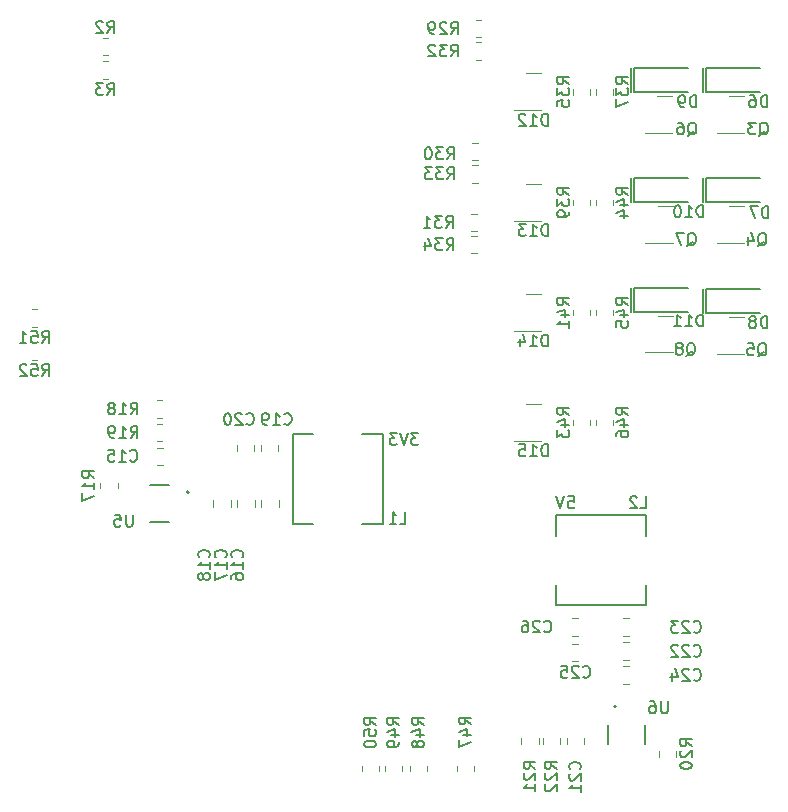
<source format=gbr>
%TF.GenerationSoftware,KiCad,Pcbnew,8.0.2*%
%TF.CreationDate,2024-07-11T10:11:00+02:00*%
%TF.ProjectId,HomeAssistant,486f6d65-4173-4736-9973-74616e742e6b,0.1*%
%TF.SameCoordinates,Original*%
%TF.FileFunction,Legend,Bot*%
%TF.FilePolarity,Positive*%
%FSLAX46Y46*%
G04 Gerber Fmt 4.6, Leading zero omitted, Abs format (unit mm)*
G04 Created by KiCad (PCBNEW 8.0.2) date 2024-07-11 10:11:00*
%MOMM*%
%LPD*%
G01*
G04 APERTURE LIST*
%ADD10C,0.150000*%
%ADD11C,0.120000*%
%ADD12C,0.127000*%
%ADD13C,0.200000*%
%ADD14C,0.152400*%
G04 APERTURE END LIST*
D10*
X100088094Y-94354819D02*
X99469047Y-94354819D01*
X99469047Y-94354819D02*
X99802380Y-94735771D01*
X99802380Y-94735771D02*
X99659523Y-94735771D01*
X99659523Y-94735771D02*
X99564285Y-94783390D01*
X99564285Y-94783390D02*
X99516666Y-94831009D01*
X99516666Y-94831009D02*
X99469047Y-94926247D01*
X99469047Y-94926247D02*
X99469047Y-95164342D01*
X99469047Y-95164342D02*
X99516666Y-95259580D01*
X99516666Y-95259580D02*
X99564285Y-95307200D01*
X99564285Y-95307200D02*
X99659523Y-95354819D01*
X99659523Y-95354819D02*
X99945237Y-95354819D01*
X99945237Y-95354819D02*
X100040475Y-95307200D01*
X100040475Y-95307200D02*
X100088094Y-95259580D01*
X99183332Y-94354819D02*
X98849999Y-95354819D01*
X98849999Y-95354819D02*
X98516666Y-94354819D01*
X98278570Y-94354819D02*
X97659523Y-94354819D01*
X97659523Y-94354819D02*
X97992856Y-94735771D01*
X97992856Y-94735771D02*
X97849999Y-94735771D01*
X97849999Y-94735771D02*
X97754761Y-94783390D01*
X97754761Y-94783390D02*
X97707142Y-94831009D01*
X97707142Y-94831009D02*
X97659523Y-94926247D01*
X97659523Y-94926247D02*
X97659523Y-95164342D01*
X97659523Y-95164342D02*
X97707142Y-95259580D01*
X97707142Y-95259580D02*
X97754761Y-95307200D01*
X97754761Y-95307200D02*
X97849999Y-95354819D01*
X97849999Y-95354819D02*
X98135713Y-95354819D01*
X98135713Y-95354819D02*
X98230951Y-95307200D01*
X98230951Y-95307200D02*
X98278570Y-95259580D01*
X112790476Y-99704819D02*
X113266666Y-99704819D01*
X113266666Y-99704819D02*
X113314285Y-100181009D01*
X113314285Y-100181009D02*
X113266666Y-100133390D01*
X113266666Y-100133390D02*
X113171428Y-100085771D01*
X113171428Y-100085771D02*
X112933333Y-100085771D01*
X112933333Y-100085771D02*
X112838095Y-100133390D01*
X112838095Y-100133390D02*
X112790476Y-100181009D01*
X112790476Y-100181009D02*
X112742857Y-100276247D01*
X112742857Y-100276247D02*
X112742857Y-100514342D01*
X112742857Y-100514342D02*
X112790476Y-100609580D01*
X112790476Y-100609580D02*
X112838095Y-100657200D01*
X112838095Y-100657200D02*
X112933333Y-100704819D01*
X112933333Y-100704819D02*
X113171428Y-100704819D01*
X113171428Y-100704819D02*
X113266666Y-100657200D01*
X113266666Y-100657200D02*
X113314285Y-100609580D01*
X112457142Y-99704819D02*
X112123809Y-100704819D01*
X112123809Y-100704819D02*
X111790476Y-99704819D01*
X117854819Y-83507142D02*
X117378628Y-83173809D01*
X117854819Y-82935714D02*
X116854819Y-82935714D01*
X116854819Y-82935714D02*
X116854819Y-83316666D01*
X116854819Y-83316666D02*
X116902438Y-83411904D01*
X116902438Y-83411904D02*
X116950057Y-83459523D01*
X116950057Y-83459523D02*
X117045295Y-83507142D01*
X117045295Y-83507142D02*
X117188152Y-83507142D01*
X117188152Y-83507142D02*
X117283390Y-83459523D01*
X117283390Y-83459523D02*
X117331009Y-83411904D01*
X117331009Y-83411904D02*
X117378628Y-83316666D01*
X117378628Y-83316666D02*
X117378628Y-82935714D01*
X117188152Y-84364285D02*
X117854819Y-84364285D01*
X116807200Y-84126190D02*
X117521485Y-83888095D01*
X117521485Y-83888095D02*
X117521485Y-84507142D01*
X116854819Y-85364285D02*
X116854819Y-84888095D01*
X116854819Y-84888095D02*
X117331009Y-84840476D01*
X117331009Y-84840476D02*
X117283390Y-84888095D01*
X117283390Y-84888095D02*
X117235771Y-84983333D01*
X117235771Y-84983333D02*
X117235771Y-85221428D01*
X117235771Y-85221428D02*
X117283390Y-85316666D01*
X117283390Y-85316666D02*
X117331009Y-85364285D01*
X117331009Y-85364285D02*
X117426247Y-85411904D01*
X117426247Y-85411904D02*
X117664342Y-85411904D01*
X117664342Y-85411904D02*
X117759580Y-85364285D01*
X117759580Y-85364285D02*
X117807200Y-85316666D01*
X117807200Y-85316666D02*
X117854819Y-85221428D01*
X117854819Y-85221428D02*
X117854819Y-84983333D01*
X117854819Y-84983333D02*
X117807200Y-84888095D01*
X117807200Y-84888095D02*
X117759580Y-84840476D01*
X123254819Y-120857142D02*
X122778628Y-120523809D01*
X123254819Y-120285714D02*
X122254819Y-120285714D01*
X122254819Y-120285714D02*
X122254819Y-120666666D01*
X122254819Y-120666666D02*
X122302438Y-120761904D01*
X122302438Y-120761904D02*
X122350057Y-120809523D01*
X122350057Y-120809523D02*
X122445295Y-120857142D01*
X122445295Y-120857142D02*
X122588152Y-120857142D01*
X122588152Y-120857142D02*
X122683390Y-120809523D01*
X122683390Y-120809523D02*
X122731009Y-120761904D01*
X122731009Y-120761904D02*
X122778628Y-120666666D01*
X122778628Y-120666666D02*
X122778628Y-120285714D01*
X122350057Y-121238095D02*
X122302438Y-121285714D01*
X122302438Y-121285714D02*
X122254819Y-121380952D01*
X122254819Y-121380952D02*
X122254819Y-121619047D01*
X122254819Y-121619047D02*
X122302438Y-121714285D01*
X122302438Y-121714285D02*
X122350057Y-121761904D01*
X122350057Y-121761904D02*
X122445295Y-121809523D01*
X122445295Y-121809523D02*
X122540533Y-121809523D01*
X122540533Y-121809523D02*
X122683390Y-121761904D01*
X122683390Y-121761904D02*
X123254819Y-121190476D01*
X123254819Y-121190476D02*
X123254819Y-121809523D01*
X122254819Y-122428571D02*
X122254819Y-122523809D01*
X122254819Y-122523809D02*
X122302438Y-122619047D01*
X122302438Y-122619047D02*
X122350057Y-122666666D01*
X122350057Y-122666666D02*
X122445295Y-122714285D01*
X122445295Y-122714285D02*
X122635771Y-122761904D01*
X122635771Y-122761904D02*
X122873866Y-122761904D01*
X122873866Y-122761904D02*
X123064342Y-122714285D01*
X123064342Y-122714285D02*
X123159580Y-122666666D01*
X123159580Y-122666666D02*
X123207200Y-122619047D01*
X123207200Y-122619047D02*
X123254819Y-122523809D01*
X123254819Y-122523809D02*
X123254819Y-122428571D01*
X123254819Y-122428571D02*
X123207200Y-122333333D01*
X123207200Y-122333333D02*
X123159580Y-122285714D01*
X123159580Y-122285714D02*
X123064342Y-122238095D01*
X123064342Y-122238095D02*
X122873866Y-122190476D01*
X122873866Y-122190476D02*
X122635771Y-122190476D01*
X122635771Y-122190476D02*
X122445295Y-122238095D01*
X122445295Y-122238095D02*
X122350057Y-122285714D01*
X122350057Y-122285714D02*
X122302438Y-122333333D01*
X122302438Y-122333333D02*
X122254819Y-122428571D01*
X111064285Y-87004819D02*
X111064285Y-86004819D01*
X111064285Y-86004819D02*
X110826190Y-86004819D01*
X110826190Y-86004819D02*
X110683333Y-86052438D01*
X110683333Y-86052438D02*
X110588095Y-86147676D01*
X110588095Y-86147676D02*
X110540476Y-86242914D01*
X110540476Y-86242914D02*
X110492857Y-86433390D01*
X110492857Y-86433390D02*
X110492857Y-86576247D01*
X110492857Y-86576247D02*
X110540476Y-86766723D01*
X110540476Y-86766723D02*
X110588095Y-86861961D01*
X110588095Y-86861961D02*
X110683333Y-86957200D01*
X110683333Y-86957200D02*
X110826190Y-87004819D01*
X110826190Y-87004819D02*
X111064285Y-87004819D01*
X109540476Y-87004819D02*
X110111904Y-87004819D01*
X109826190Y-87004819D02*
X109826190Y-86004819D01*
X109826190Y-86004819D02*
X109921428Y-86147676D01*
X109921428Y-86147676D02*
X110016666Y-86242914D01*
X110016666Y-86242914D02*
X110111904Y-86290533D01*
X108683333Y-86338152D02*
X108683333Y-87004819D01*
X108921428Y-85957200D02*
X109159523Y-86671485D01*
X109159523Y-86671485D02*
X108540476Y-86671485D01*
X114042857Y-114959580D02*
X114090476Y-115007200D01*
X114090476Y-115007200D02*
X114233333Y-115054819D01*
X114233333Y-115054819D02*
X114328571Y-115054819D01*
X114328571Y-115054819D02*
X114471428Y-115007200D01*
X114471428Y-115007200D02*
X114566666Y-114911961D01*
X114566666Y-114911961D02*
X114614285Y-114816723D01*
X114614285Y-114816723D02*
X114661904Y-114626247D01*
X114661904Y-114626247D02*
X114661904Y-114483390D01*
X114661904Y-114483390D02*
X114614285Y-114292914D01*
X114614285Y-114292914D02*
X114566666Y-114197676D01*
X114566666Y-114197676D02*
X114471428Y-114102438D01*
X114471428Y-114102438D02*
X114328571Y-114054819D01*
X114328571Y-114054819D02*
X114233333Y-114054819D01*
X114233333Y-114054819D02*
X114090476Y-114102438D01*
X114090476Y-114102438D02*
X114042857Y-114150057D01*
X113661904Y-114150057D02*
X113614285Y-114102438D01*
X113614285Y-114102438D02*
X113519047Y-114054819D01*
X113519047Y-114054819D02*
X113280952Y-114054819D01*
X113280952Y-114054819D02*
X113185714Y-114102438D01*
X113185714Y-114102438D02*
X113138095Y-114150057D01*
X113138095Y-114150057D02*
X113090476Y-114245295D01*
X113090476Y-114245295D02*
X113090476Y-114340533D01*
X113090476Y-114340533D02*
X113138095Y-114483390D01*
X113138095Y-114483390D02*
X113709523Y-115054819D01*
X113709523Y-115054819D02*
X113090476Y-115054819D01*
X112185714Y-114054819D02*
X112661904Y-114054819D01*
X112661904Y-114054819D02*
X112709523Y-114531009D01*
X112709523Y-114531009D02*
X112661904Y-114483390D01*
X112661904Y-114483390D02*
X112566666Y-114435771D01*
X112566666Y-114435771D02*
X112328571Y-114435771D01*
X112328571Y-114435771D02*
X112233333Y-114483390D01*
X112233333Y-114483390D02*
X112185714Y-114531009D01*
X112185714Y-114531009D02*
X112138095Y-114626247D01*
X112138095Y-114626247D02*
X112138095Y-114864342D01*
X112138095Y-114864342D02*
X112185714Y-114959580D01*
X112185714Y-114959580D02*
X112233333Y-115007200D01*
X112233333Y-115007200D02*
X112328571Y-115054819D01*
X112328571Y-115054819D02*
X112566666Y-115054819D01*
X112566666Y-115054819D02*
X112661904Y-115007200D01*
X112661904Y-115007200D02*
X112709523Y-114959580D01*
X98454819Y-119057142D02*
X97978628Y-118723809D01*
X98454819Y-118485714D02*
X97454819Y-118485714D01*
X97454819Y-118485714D02*
X97454819Y-118866666D01*
X97454819Y-118866666D02*
X97502438Y-118961904D01*
X97502438Y-118961904D02*
X97550057Y-119009523D01*
X97550057Y-119009523D02*
X97645295Y-119057142D01*
X97645295Y-119057142D02*
X97788152Y-119057142D01*
X97788152Y-119057142D02*
X97883390Y-119009523D01*
X97883390Y-119009523D02*
X97931009Y-118961904D01*
X97931009Y-118961904D02*
X97978628Y-118866666D01*
X97978628Y-118866666D02*
X97978628Y-118485714D01*
X97788152Y-119914285D02*
X98454819Y-119914285D01*
X97407200Y-119676190D02*
X98121485Y-119438095D01*
X98121485Y-119438095D02*
X98121485Y-120057142D01*
X98454819Y-120485714D02*
X98454819Y-120676190D01*
X98454819Y-120676190D02*
X98407200Y-120771428D01*
X98407200Y-120771428D02*
X98359580Y-120819047D01*
X98359580Y-120819047D02*
X98216723Y-120914285D01*
X98216723Y-120914285D02*
X98026247Y-120961904D01*
X98026247Y-120961904D02*
X97645295Y-120961904D01*
X97645295Y-120961904D02*
X97550057Y-120914285D01*
X97550057Y-120914285D02*
X97502438Y-120866666D01*
X97502438Y-120866666D02*
X97454819Y-120771428D01*
X97454819Y-120771428D02*
X97454819Y-120580952D01*
X97454819Y-120580952D02*
X97502438Y-120485714D01*
X97502438Y-120485714D02*
X97550057Y-120438095D01*
X97550057Y-120438095D02*
X97645295Y-120390476D01*
X97645295Y-120390476D02*
X97883390Y-120390476D01*
X97883390Y-120390476D02*
X97978628Y-120438095D01*
X97978628Y-120438095D02*
X98026247Y-120485714D01*
X98026247Y-120485714D02*
X98073866Y-120580952D01*
X98073866Y-120580952D02*
X98073866Y-120771428D01*
X98073866Y-120771428D02*
X98026247Y-120866666D01*
X98026247Y-120866666D02*
X97978628Y-120914285D01*
X97978628Y-120914285D02*
X97883390Y-120961904D01*
X96504819Y-119057142D02*
X96028628Y-118723809D01*
X96504819Y-118485714D02*
X95504819Y-118485714D01*
X95504819Y-118485714D02*
X95504819Y-118866666D01*
X95504819Y-118866666D02*
X95552438Y-118961904D01*
X95552438Y-118961904D02*
X95600057Y-119009523D01*
X95600057Y-119009523D02*
X95695295Y-119057142D01*
X95695295Y-119057142D02*
X95838152Y-119057142D01*
X95838152Y-119057142D02*
X95933390Y-119009523D01*
X95933390Y-119009523D02*
X95981009Y-118961904D01*
X95981009Y-118961904D02*
X96028628Y-118866666D01*
X96028628Y-118866666D02*
X96028628Y-118485714D01*
X95504819Y-119961904D02*
X95504819Y-119485714D01*
X95504819Y-119485714D02*
X95981009Y-119438095D01*
X95981009Y-119438095D02*
X95933390Y-119485714D01*
X95933390Y-119485714D02*
X95885771Y-119580952D01*
X95885771Y-119580952D02*
X95885771Y-119819047D01*
X95885771Y-119819047D02*
X95933390Y-119914285D01*
X95933390Y-119914285D02*
X95981009Y-119961904D01*
X95981009Y-119961904D02*
X96076247Y-120009523D01*
X96076247Y-120009523D02*
X96314342Y-120009523D01*
X96314342Y-120009523D02*
X96409580Y-119961904D01*
X96409580Y-119961904D02*
X96457200Y-119914285D01*
X96457200Y-119914285D02*
X96504819Y-119819047D01*
X96504819Y-119819047D02*
X96504819Y-119580952D01*
X96504819Y-119580952D02*
X96457200Y-119485714D01*
X96457200Y-119485714D02*
X96409580Y-119438095D01*
X95504819Y-120628571D02*
X95504819Y-120723809D01*
X95504819Y-120723809D02*
X95552438Y-120819047D01*
X95552438Y-120819047D02*
X95600057Y-120866666D01*
X95600057Y-120866666D02*
X95695295Y-120914285D01*
X95695295Y-120914285D02*
X95885771Y-120961904D01*
X95885771Y-120961904D02*
X96123866Y-120961904D01*
X96123866Y-120961904D02*
X96314342Y-120914285D01*
X96314342Y-120914285D02*
X96409580Y-120866666D01*
X96409580Y-120866666D02*
X96457200Y-120819047D01*
X96457200Y-120819047D02*
X96504819Y-120723809D01*
X96504819Y-120723809D02*
X96504819Y-120628571D01*
X96504819Y-120628571D02*
X96457200Y-120533333D01*
X96457200Y-120533333D02*
X96409580Y-120485714D01*
X96409580Y-120485714D02*
X96314342Y-120438095D01*
X96314342Y-120438095D02*
X96123866Y-120390476D01*
X96123866Y-120390476D02*
X95885771Y-120390476D01*
X95885771Y-120390476D02*
X95695295Y-120438095D01*
X95695295Y-120438095D02*
X95600057Y-120485714D01*
X95600057Y-120485714D02*
X95552438Y-120533333D01*
X95552438Y-120533333D02*
X95504819Y-120628571D01*
X128945238Y-69150057D02*
X129040476Y-69102438D01*
X129040476Y-69102438D02*
X129135714Y-69007200D01*
X129135714Y-69007200D02*
X129278571Y-68864342D01*
X129278571Y-68864342D02*
X129373809Y-68816723D01*
X129373809Y-68816723D02*
X129469047Y-68816723D01*
X129421428Y-69054819D02*
X129516666Y-69007200D01*
X129516666Y-69007200D02*
X129611904Y-68911961D01*
X129611904Y-68911961D02*
X129659523Y-68721485D01*
X129659523Y-68721485D02*
X129659523Y-68388152D01*
X129659523Y-68388152D02*
X129611904Y-68197676D01*
X129611904Y-68197676D02*
X129516666Y-68102438D01*
X129516666Y-68102438D02*
X129421428Y-68054819D01*
X129421428Y-68054819D02*
X129230952Y-68054819D01*
X129230952Y-68054819D02*
X129135714Y-68102438D01*
X129135714Y-68102438D02*
X129040476Y-68197676D01*
X129040476Y-68197676D02*
X128992857Y-68388152D01*
X128992857Y-68388152D02*
X128992857Y-68721485D01*
X128992857Y-68721485D02*
X129040476Y-68911961D01*
X129040476Y-68911961D02*
X129135714Y-69007200D01*
X129135714Y-69007200D02*
X129230952Y-69054819D01*
X129230952Y-69054819D02*
X129421428Y-69054819D01*
X128659523Y-68054819D02*
X128040476Y-68054819D01*
X128040476Y-68054819D02*
X128373809Y-68435771D01*
X128373809Y-68435771D02*
X128230952Y-68435771D01*
X128230952Y-68435771D02*
X128135714Y-68483390D01*
X128135714Y-68483390D02*
X128088095Y-68531009D01*
X128088095Y-68531009D02*
X128040476Y-68626247D01*
X128040476Y-68626247D02*
X128040476Y-68864342D01*
X128040476Y-68864342D02*
X128088095Y-68959580D01*
X128088095Y-68959580D02*
X128135714Y-69007200D01*
X128135714Y-69007200D02*
X128230952Y-69054819D01*
X128230952Y-69054819D02*
X128516666Y-69054819D01*
X128516666Y-69054819D02*
X128611904Y-69007200D01*
X128611904Y-69007200D02*
X128659523Y-68959580D01*
X123392857Y-113177580D02*
X123440476Y-113225200D01*
X123440476Y-113225200D02*
X123583333Y-113272819D01*
X123583333Y-113272819D02*
X123678571Y-113272819D01*
X123678571Y-113272819D02*
X123821428Y-113225200D01*
X123821428Y-113225200D02*
X123916666Y-113129961D01*
X123916666Y-113129961D02*
X123964285Y-113034723D01*
X123964285Y-113034723D02*
X124011904Y-112844247D01*
X124011904Y-112844247D02*
X124011904Y-112701390D01*
X124011904Y-112701390D02*
X123964285Y-112510914D01*
X123964285Y-112510914D02*
X123916666Y-112415676D01*
X123916666Y-112415676D02*
X123821428Y-112320438D01*
X123821428Y-112320438D02*
X123678571Y-112272819D01*
X123678571Y-112272819D02*
X123583333Y-112272819D01*
X123583333Y-112272819D02*
X123440476Y-112320438D01*
X123440476Y-112320438D02*
X123392857Y-112368057D01*
X123011904Y-112368057D02*
X122964285Y-112320438D01*
X122964285Y-112320438D02*
X122869047Y-112272819D01*
X122869047Y-112272819D02*
X122630952Y-112272819D01*
X122630952Y-112272819D02*
X122535714Y-112320438D01*
X122535714Y-112320438D02*
X122488095Y-112368057D01*
X122488095Y-112368057D02*
X122440476Y-112463295D01*
X122440476Y-112463295D02*
X122440476Y-112558533D01*
X122440476Y-112558533D02*
X122488095Y-112701390D01*
X122488095Y-112701390D02*
X123059523Y-113272819D01*
X123059523Y-113272819D02*
X122440476Y-113272819D01*
X122059523Y-112368057D02*
X122011904Y-112320438D01*
X122011904Y-112320438D02*
X121916666Y-112272819D01*
X121916666Y-112272819D02*
X121678571Y-112272819D01*
X121678571Y-112272819D02*
X121583333Y-112320438D01*
X121583333Y-112320438D02*
X121535714Y-112368057D01*
X121535714Y-112368057D02*
X121488095Y-112463295D01*
X121488095Y-112463295D02*
X121488095Y-112558533D01*
X121488095Y-112558533D02*
X121535714Y-112701390D01*
X121535714Y-112701390D02*
X122107142Y-113272819D01*
X122107142Y-113272819D02*
X121488095Y-113272819D01*
X112854819Y-64807142D02*
X112378628Y-64473809D01*
X112854819Y-64235714D02*
X111854819Y-64235714D01*
X111854819Y-64235714D02*
X111854819Y-64616666D01*
X111854819Y-64616666D02*
X111902438Y-64711904D01*
X111902438Y-64711904D02*
X111950057Y-64759523D01*
X111950057Y-64759523D02*
X112045295Y-64807142D01*
X112045295Y-64807142D02*
X112188152Y-64807142D01*
X112188152Y-64807142D02*
X112283390Y-64759523D01*
X112283390Y-64759523D02*
X112331009Y-64711904D01*
X112331009Y-64711904D02*
X112378628Y-64616666D01*
X112378628Y-64616666D02*
X112378628Y-64235714D01*
X111854819Y-65140476D02*
X111854819Y-65759523D01*
X111854819Y-65759523D02*
X112235771Y-65426190D01*
X112235771Y-65426190D02*
X112235771Y-65569047D01*
X112235771Y-65569047D02*
X112283390Y-65664285D01*
X112283390Y-65664285D02*
X112331009Y-65711904D01*
X112331009Y-65711904D02*
X112426247Y-65759523D01*
X112426247Y-65759523D02*
X112664342Y-65759523D01*
X112664342Y-65759523D02*
X112759580Y-65711904D01*
X112759580Y-65711904D02*
X112807200Y-65664285D01*
X112807200Y-65664285D02*
X112854819Y-65569047D01*
X112854819Y-65569047D02*
X112854819Y-65283333D01*
X112854819Y-65283333D02*
X112807200Y-65188095D01*
X112807200Y-65188095D02*
X112759580Y-65140476D01*
X111854819Y-66664285D02*
X111854819Y-66188095D01*
X111854819Y-66188095D02*
X112331009Y-66140476D01*
X112331009Y-66140476D02*
X112283390Y-66188095D01*
X112283390Y-66188095D02*
X112235771Y-66283333D01*
X112235771Y-66283333D02*
X112235771Y-66521428D01*
X112235771Y-66521428D02*
X112283390Y-66616666D01*
X112283390Y-66616666D02*
X112331009Y-66664285D01*
X112331009Y-66664285D02*
X112426247Y-66711904D01*
X112426247Y-66711904D02*
X112664342Y-66711904D01*
X112664342Y-66711904D02*
X112759580Y-66664285D01*
X112759580Y-66664285D02*
X112807200Y-66616666D01*
X112807200Y-66616666D02*
X112854819Y-66521428D01*
X112854819Y-66521428D02*
X112854819Y-66283333D01*
X112854819Y-66283333D02*
X112807200Y-66188095D01*
X112807200Y-66188095D02*
X112759580Y-66140476D01*
X73766666Y-60454819D02*
X74099999Y-59978628D01*
X74338094Y-60454819D02*
X74338094Y-59454819D01*
X74338094Y-59454819D02*
X73957142Y-59454819D01*
X73957142Y-59454819D02*
X73861904Y-59502438D01*
X73861904Y-59502438D02*
X73814285Y-59550057D01*
X73814285Y-59550057D02*
X73766666Y-59645295D01*
X73766666Y-59645295D02*
X73766666Y-59788152D01*
X73766666Y-59788152D02*
X73814285Y-59883390D01*
X73814285Y-59883390D02*
X73861904Y-59931009D01*
X73861904Y-59931009D02*
X73957142Y-59978628D01*
X73957142Y-59978628D02*
X74338094Y-59978628D01*
X73385713Y-59550057D02*
X73338094Y-59502438D01*
X73338094Y-59502438D02*
X73242856Y-59454819D01*
X73242856Y-59454819D02*
X73004761Y-59454819D01*
X73004761Y-59454819D02*
X72909523Y-59502438D01*
X72909523Y-59502438D02*
X72861904Y-59550057D01*
X72861904Y-59550057D02*
X72814285Y-59645295D01*
X72814285Y-59645295D02*
X72814285Y-59740533D01*
X72814285Y-59740533D02*
X72861904Y-59883390D01*
X72861904Y-59883390D02*
X73433332Y-60454819D01*
X73433332Y-60454819D02*
X72814285Y-60454819D01*
X104554819Y-119007142D02*
X104078628Y-118673809D01*
X104554819Y-118435714D02*
X103554819Y-118435714D01*
X103554819Y-118435714D02*
X103554819Y-118816666D01*
X103554819Y-118816666D02*
X103602438Y-118911904D01*
X103602438Y-118911904D02*
X103650057Y-118959523D01*
X103650057Y-118959523D02*
X103745295Y-119007142D01*
X103745295Y-119007142D02*
X103888152Y-119007142D01*
X103888152Y-119007142D02*
X103983390Y-118959523D01*
X103983390Y-118959523D02*
X104031009Y-118911904D01*
X104031009Y-118911904D02*
X104078628Y-118816666D01*
X104078628Y-118816666D02*
X104078628Y-118435714D01*
X103888152Y-119864285D02*
X104554819Y-119864285D01*
X103507200Y-119626190D02*
X104221485Y-119388095D01*
X104221485Y-119388095D02*
X104221485Y-120007142D01*
X103554819Y-120292857D02*
X103554819Y-120959523D01*
X103554819Y-120959523D02*
X104554819Y-120530952D01*
X121211904Y-117054819D02*
X121211904Y-117864342D01*
X121211904Y-117864342D02*
X121164285Y-117959580D01*
X121164285Y-117959580D02*
X121116666Y-118007200D01*
X121116666Y-118007200D02*
X121021428Y-118054819D01*
X121021428Y-118054819D02*
X120830952Y-118054819D01*
X120830952Y-118054819D02*
X120735714Y-118007200D01*
X120735714Y-118007200D02*
X120688095Y-117959580D01*
X120688095Y-117959580D02*
X120640476Y-117864342D01*
X120640476Y-117864342D02*
X120640476Y-117054819D01*
X119735714Y-117054819D02*
X119926190Y-117054819D01*
X119926190Y-117054819D02*
X120021428Y-117102438D01*
X120021428Y-117102438D02*
X120069047Y-117150057D01*
X120069047Y-117150057D02*
X120164285Y-117292914D01*
X120164285Y-117292914D02*
X120211904Y-117483390D01*
X120211904Y-117483390D02*
X120211904Y-117864342D01*
X120211904Y-117864342D02*
X120164285Y-117959580D01*
X120164285Y-117959580D02*
X120116666Y-118007200D01*
X120116666Y-118007200D02*
X120021428Y-118054819D01*
X120021428Y-118054819D02*
X119830952Y-118054819D01*
X119830952Y-118054819D02*
X119735714Y-118007200D01*
X119735714Y-118007200D02*
X119688095Y-117959580D01*
X119688095Y-117959580D02*
X119640476Y-117864342D01*
X119640476Y-117864342D02*
X119640476Y-117626247D01*
X119640476Y-117626247D02*
X119688095Y-117531009D01*
X119688095Y-117531009D02*
X119735714Y-117483390D01*
X119735714Y-117483390D02*
X119830952Y-117435771D01*
X119830952Y-117435771D02*
X120021428Y-117435771D01*
X120021428Y-117435771D02*
X120116666Y-117483390D01*
X120116666Y-117483390D02*
X120164285Y-117531009D01*
X120164285Y-117531009D02*
X120211904Y-117626247D01*
X124214285Y-76054819D02*
X124214285Y-75054819D01*
X124214285Y-75054819D02*
X123976190Y-75054819D01*
X123976190Y-75054819D02*
X123833333Y-75102438D01*
X123833333Y-75102438D02*
X123738095Y-75197676D01*
X123738095Y-75197676D02*
X123690476Y-75292914D01*
X123690476Y-75292914D02*
X123642857Y-75483390D01*
X123642857Y-75483390D02*
X123642857Y-75626247D01*
X123642857Y-75626247D02*
X123690476Y-75816723D01*
X123690476Y-75816723D02*
X123738095Y-75911961D01*
X123738095Y-75911961D02*
X123833333Y-76007200D01*
X123833333Y-76007200D02*
X123976190Y-76054819D01*
X123976190Y-76054819D02*
X124214285Y-76054819D01*
X122690476Y-76054819D02*
X123261904Y-76054819D01*
X122976190Y-76054819D02*
X122976190Y-75054819D01*
X122976190Y-75054819D02*
X123071428Y-75197676D01*
X123071428Y-75197676D02*
X123166666Y-75292914D01*
X123166666Y-75292914D02*
X123261904Y-75340533D01*
X122071428Y-75054819D02*
X121976190Y-75054819D01*
X121976190Y-75054819D02*
X121880952Y-75102438D01*
X121880952Y-75102438D02*
X121833333Y-75150057D01*
X121833333Y-75150057D02*
X121785714Y-75245295D01*
X121785714Y-75245295D02*
X121738095Y-75435771D01*
X121738095Y-75435771D02*
X121738095Y-75673866D01*
X121738095Y-75673866D02*
X121785714Y-75864342D01*
X121785714Y-75864342D02*
X121833333Y-75959580D01*
X121833333Y-75959580D02*
X121880952Y-76007200D01*
X121880952Y-76007200D02*
X121976190Y-76054819D01*
X121976190Y-76054819D02*
X122071428Y-76054819D01*
X122071428Y-76054819D02*
X122166666Y-76007200D01*
X122166666Y-76007200D02*
X122214285Y-75959580D01*
X122214285Y-75959580D02*
X122261904Y-75864342D01*
X122261904Y-75864342D02*
X122309523Y-75673866D01*
X122309523Y-75673866D02*
X122309523Y-75435771D01*
X122309523Y-75435771D02*
X122261904Y-75245295D01*
X122261904Y-75245295D02*
X122214285Y-75150057D01*
X122214285Y-75150057D02*
X122166666Y-75102438D01*
X122166666Y-75102438D02*
X122071428Y-75054819D01*
X128845238Y-87850057D02*
X128940476Y-87802438D01*
X128940476Y-87802438D02*
X129035714Y-87707200D01*
X129035714Y-87707200D02*
X129178571Y-87564342D01*
X129178571Y-87564342D02*
X129273809Y-87516723D01*
X129273809Y-87516723D02*
X129369047Y-87516723D01*
X129321428Y-87754819D02*
X129416666Y-87707200D01*
X129416666Y-87707200D02*
X129511904Y-87611961D01*
X129511904Y-87611961D02*
X129559523Y-87421485D01*
X129559523Y-87421485D02*
X129559523Y-87088152D01*
X129559523Y-87088152D02*
X129511904Y-86897676D01*
X129511904Y-86897676D02*
X129416666Y-86802438D01*
X129416666Y-86802438D02*
X129321428Y-86754819D01*
X129321428Y-86754819D02*
X129130952Y-86754819D01*
X129130952Y-86754819D02*
X129035714Y-86802438D01*
X129035714Y-86802438D02*
X128940476Y-86897676D01*
X128940476Y-86897676D02*
X128892857Y-87088152D01*
X128892857Y-87088152D02*
X128892857Y-87421485D01*
X128892857Y-87421485D02*
X128940476Y-87611961D01*
X128940476Y-87611961D02*
X129035714Y-87707200D01*
X129035714Y-87707200D02*
X129130952Y-87754819D01*
X129130952Y-87754819D02*
X129321428Y-87754819D01*
X127988095Y-86754819D02*
X128464285Y-86754819D01*
X128464285Y-86754819D02*
X128511904Y-87231009D01*
X128511904Y-87231009D02*
X128464285Y-87183390D01*
X128464285Y-87183390D02*
X128369047Y-87135771D01*
X128369047Y-87135771D02*
X128130952Y-87135771D01*
X128130952Y-87135771D02*
X128035714Y-87183390D01*
X128035714Y-87183390D02*
X127988095Y-87231009D01*
X127988095Y-87231009D02*
X127940476Y-87326247D01*
X127940476Y-87326247D02*
X127940476Y-87564342D01*
X127940476Y-87564342D02*
X127988095Y-87659580D01*
X127988095Y-87659580D02*
X128035714Y-87707200D01*
X128035714Y-87707200D02*
X128130952Y-87754819D01*
X128130952Y-87754819D02*
X128369047Y-87754819D01*
X128369047Y-87754819D02*
X128464285Y-87707200D01*
X128464285Y-87707200D02*
X128511904Y-87659580D01*
X75742857Y-92754819D02*
X76076190Y-92278628D01*
X76314285Y-92754819D02*
X76314285Y-91754819D01*
X76314285Y-91754819D02*
X75933333Y-91754819D01*
X75933333Y-91754819D02*
X75838095Y-91802438D01*
X75838095Y-91802438D02*
X75790476Y-91850057D01*
X75790476Y-91850057D02*
X75742857Y-91945295D01*
X75742857Y-91945295D02*
X75742857Y-92088152D01*
X75742857Y-92088152D02*
X75790476Y-92183390D01*
X75790476Y-92183390D02*
X75838095Y-92231009D01*
X75838095Y-92231009D02*
X75933333Y-92278628D01*
X75933333Y-92278628D02*
X76314285Y-92278628D01*
X74790476Y-92754819D02*
X75361904Y-92754819D01*
X75076190Y-92754819D02*
X75076190Y-91754819D01*
X75076190Y-91754819D02*
X75171428Y-91897676D01*
X75171428Y-91897676D02*
X75266666Y-91992914D01*
X75266666Y-91992914D02*
X75361904Y-92040533D01*
X74219047Y-92183390D02*
X74314285Y-92135771D01*
X74314285Y-92135771D02*
X74361904Y-92088152D01*
X74361904Y-92088152D02*
X74409523Y-91992914D01*
X74409523Y-91992914D02*
X74409523Y-91945295D01*
X74409523Y-91945295D02*
X74361904Y-91850057D01*
X74361904Y-91850057D02*
X74314285Y-91802438D01*
X74314285Y-91802438D02*
X74219047Y-91754819D01*
X74219047Y-91754819D02*
X74028571Y-91754819D01*
X74028571Y-91754819D02*
X73933333Y-91802438D01*
X73933333Y-91802438D02*
X73885714Y-91850057D01*
X73885714Y-91850057D02*
X73838095Y-91945295D01*
X73838095Y-91945295D02*
X73838095Y-91992914D01*
X73838095Y-91992914D02*
X73885714Y-92088152D01*
X73885714Y-92088152D02*
X73933333Y-92135771D01*
X73933333Y-92135771D02*
X74028571Y-92183390D01*
X74028571Y-92183390D02*
X74219047Y-92183390D01*
X74219047Y-92183390D02*
X74314285Y-92231009D01*
X74314285Y-92231009D02*
X74361904Y-92278628D01*
X74361904Y-92278628D02*
X74409523Y-92373866D01*
X74409523Y-92373866D02*
X74409523Y-92564342D01*
X74409523Y-92564342D02*
X74361904Y-92659580D01*
X74361904Y-92659580D02*
X74314285Y-92707200D01*
X74314285Y-92707200D02*
X74219047Y-92754819D01*
X74219047Y-92754819D02*
X74028571Y-92754819D01*
X74028571Y-92754819D02*
X73933333Y-92707200D01*
X73933333Y-92707200D02*
X73885714Y-92659580D01*
X73885714Y-92659580D02*
X73838095Y-92564342D01*
X73838095Y-92564342D02*
X73838095Y-92373866D01*
X73838095Y-92373866D02*
X73885714Y-92278628D01*
X73885714Y-92278628D02*
X73933333Y-92231009D01*
X73933333Y-92231009D02*
X74028571Y-92183390D01*
X129638094Y-66754819D02*
X129638094Y-65754819D01*
X129638094Y-65754819D02*
X129399999Y-65754819D01*
X129399999Y-65754819D02*
X129257142Y-65802438D01*
X129257142Y-65802438D02*
X129161904Y-65897676D01*
X129161904Y-65897676D02*
X129114285Y-65992914D01*
X129114285Y-65992914D02*
X129066666Y-66183390D01*
X129066666Y-66183390D02*
X129066666Y-66326247D01*
X129066666Y-66326247D02*
X129114285Y-66516723D01*
X129114285Y-66516723D02*
X129161904Y-66611961D01*
X129161904Y-66611961D02*
X129257142Y-66707200D01*
X129257142Y-66707200D02*
X129399999Y-66754819D01*
X129399999Y-66754819D02*
X129638094Y-66754819D01*
X128209523Y-65754819D02*
X128399999Y-65754819D01*
X128399999Y-65754819D02*
X128495237Y-65802438D01*
X128495237Y-65802438D02*
X128542856Y-65850057D01*
X128542856Y-65850057D02*
X128638094Y-65992914D01*
X128638094Y-65992914D02*
X128685713Y-66183390D01*
X128685713Y-66183390D02*
X128685713Y-66564342D01*
X128685713Y-66564342D02*
X128638094Y-66659580D01*
X128638094Y-66659580D02*
X128590475Y-66707200D01*
X128590475Y-66707200D02*
X128495237Y-66754819D01*
X128495237Y-66754819D02*
X128304761Y-66754819D01*
X128304761Y-66754819D02*
X128209523Y-66707200D01*
X128209523Y-66707200D02*
X128161904Y-66659580D01*
X128161904Y-66659580D02*
X128114285Y-66564342D01*
X128114285Y-66564342D02*
X128114285Y-66326247D01*
X128114285Y-66326247D02*
X128161904Y-66231009D01*
X128161904Y-66231009D02*
X128209523Y-66183390D01*
X128209523Y-66183390D02*
X128304761Y-66135771D01*
X128304761Y-66135771D02*
X128495237Y-66135771D01*
X128495237Y-66135771D02*
X128590475Y-66183390D01*
X128590475Y-66183390D02*
X128638094Y-66231009D01*
X128638094Y-66231009D02*
X128685713Y-66326247D01*
X112854819Y-83507142D02*
X112378628Y-83173809D01*
X112854819Y-82935714D02*
X111854819Y-82935714D01*
X111854819Y-82935714D02*
X111854819Y-83316666D01*
X111854819Y-83316666D02*
X111902438Y-83411904D01*
X111902438Y-83411904D02*
X111950057Y-83459523D01*
X111950057Y-83459523D02*
X112045295Y-83507142D01*
X112045295Y-83507142D02*
X112188152Y-83507142D01*
X112188152Y-83507142D02*
X112283390Y-83459523D01*
X112283390Y-83459523D02*
X112331009Y-83411904D01*
X112331009Y-83411904D02*
X112378628Y-83316666D01*
X112378628Y-83316666D02*
X112378628Y-82935714D01*
X112188152Y-84364285D02*
X112854819Y-84364285D01*
X111807200Y-84126190D02*
X112521485Y-83888095D01*
X112521485Y-83888095D02*
X112521485Y-84507142D01*
X112854819Y-85411904D02*
X112854819Y-84840476D01*
X112854819Y-85126190D02*
X111854819Y-85126190D01*
X111854819Y-85126190D02*
X111997676Y-85030952D01*
X111997676Y-85030952D02*
X112092914Y-84935714D01*
X112092914Y-84935714D02*
X112140533Y-84840476D01*
X102842857Y-62454819D02*
X103176190Y-61978628D01*
X103414285Y-62454819D02*
X103414285Y-61454819D01*
X103414285Y-61454819D02*
X103033333Y-61454819D01*
X103033333Y-61454819D02*
X102938095Y-61502438D01*
X102938095Y-61502438D02*
X102890476Y-61550057D01*
X102890476Y-61550057D02*
X102842857Y-61645295D01*
X102842857Y-61645295D02*
X102842857Y-61788152D01*
X102842857Y-61788152D02*
X102890476Y-61883390D01*
X102890476Y-61883390D02*
X102938095Y-61931009D01*
X102938095Y-61931009D02*
X103033333Y-61978628D01*
X103033333Y-61978628D02*
X103414285Y-61978628D01*
X102509523Y-61454819D02*
X101890476Y-61454819D01*
X101890476Y-61454819D02*
X102223809Y-61835771D01*
X102223809Y-61835771D02*
X102080952Y-61835771D01*
X102080952Y-61835771D02*
X101985714Y-61883390D01*
X101985714Y-61883390D02*
X101938095Y-61931009D01*
X101938095Y-61931009D02*
X101890476Y-62026247D01*
X101890476Y-62026247D02*
X101890476Y-62264342D01*
X101890476Y-62264342D02*
X101938095Y-62359580D01*
X101938095Y-62359580D02*
X101985714Y-62407200D01*
X101985714Y-62407200D02*
X102080952Y-62454819D01*
X102080952Y-62454819D02*
X102366666Y-62454819D01*
X102366666Y-62454819D02*
X102461904Y-62407200D01*
X102461904Y-62407200D02*
X102509523Y-62359580D01*
X101509523Y-61550057D02*
X101461904Y-61502438D01*
X101461904Y-61502438D02*
X101366666Y-61454819D01*
X101366666Y-61454819D02*
X101128571Y-61454819D01*
X101128571Y-61454819D02*
X101033333Y-61502438D01*
X101033333Y-61502438D02*
X100985714Y-61550057D01*
X100985714Y-61550057D02*
X100938095Y-61645295D01*
X100938095Y-61645295D02*
X100938095Y-61740533D01*
X100938095Y-61740533D02*
X100985714Y-61883390D01*
X100985714Y-61883390D02*
X101557142Y-62454819D01*
X101557142Y-62454819D02*
X100938095Y-62454819D01*
X102442857Y-76954819D02*
X102776190Y-76478628D01*
X103014285Y-76954819D02*
X103014285Y-75954819D01*
X103014285Y-75954819D02*
X102633333Y-75954819D01*
X102633333Y-75954819D02*
X102538095Y-76002438D01*
X102538095Y-76002438D02*
X102490476Y-76050057D01*
X102490476Y-76050057D02*
X102442857Y-76145295D01*
X102442857Y-76145295D02*
X102442857Y-76288152D01*
X102442857Y-76288152D02*
X102490476Y-76383390D01*
X102490476Y-76383390D02*
X102538095Y-76431009D01*
X102538095Y-76431009D02*
X102633333Y-76478628D01*
X102633333Y-76478628D02*
X103014285Y-76478628D01*
X102109523Y-75954819D02*
X101490476Y-75954819D01*
X101490476Y-75954819D02*
X101823809Y-76335771D01*
X101823809Y-76335771D02*
X101680952Y-76335771D01*
X101680952Y-76335771D02*
X101585714Y-76383390D01*
X101585714Y-76383390D02*
X101538095Y-76431009D01*
X101538095Y-76431009D02*
X101490476Y-76526247D01*
X101490476Y-76526247D02*
X101490476Y-76764342D01*
X101490476Y-76764342D02*
X101538095Y-76859580D01*
X101538095Y-76859580D02*
X101585714Y-76907200D01*
X101585714Y-76907200D02*
X101680952Y-76954819D01*
X101680952Y-76954819D02*
X101966666Y-76954819D01*
X101966666Y-76954819D02*
X102061904Y-76907200D01*
X102061904Y-76907200D02*
X102109523Y-76859580D01*
X100538095Y-76954819D02*
X101109523Y-76954819D01*
X100823809Y-76954819D02*
X100823809Y-75954819D01*
X100823809Y-75954819D02*
X100919047Y-76097676D01*
X100919047Y-76097676D02*
X101014285Y-76192914D01*
X101014285Y-76192914D02*
X101109523Y-76240533D01*
X102542857Y-72854819D02*
X102876190Y-72378628D01*
X103114285Y-72854819D02*
X103114285Y-71854819D01*
X103114285Y-71854819D02*
X102733333Y-71854819D01*
X102733333Y-71854819D02*
X102638095Y-71902438D01*
X102638095Y-71902438D02*
X102590476Y-71950057D01*
X102590476Y-71950057D02*
X102542857Y-72045295D01*
X102542857Y-72045295D02*
X102542857Y-72188152D01*
X102542857Y-72188152D02*
X102590476Y-72283390D01*
X102590476Y-72283390D02*
X102638095Y-72331009D01*
X102638095Y-72331009D02*
X102733333Y-72378628D01*
X102733333Y-72378628D02*
X103114285Y-72378628D01*
X102209523Y-71854819D02*
X101590476Y-71854819D01*
X101590476Y-71854819D02*
X101923809Y-72235771D01*
X101923809Y-72235771D02*
X101780952Y-72235771D01*
X101780952Y-72235771D02*
X101685714Y-72283390D01*
X101685714Y-72283390D02*
X101638095Y-72331009D01*
X101638095Y-72331009D02*
X101590476Y-72426247D01*
X101590476Y-72426247D02*
X101590476Y-72664342D01*
X101590476Y-72664342D02*
X101638095Y-72759580D01*
X101638095Y-72759580D02*
X101685714Y-72807200D01*
X101685714Y-72807200D02*
X101780952Y-72854819D01*
X101780952Y-72854819D02*
X102066666Y-72854819D01*
X102066666Y-72854819D02*
X102161904Y-72807200D01*
X102161904Y-72807200D02*
X102209523Y-72759580D01*
X101257142Y-71854819D02*
X100638095Y-71854819D01*
X100638095Y-71854819D02*
X100971428Y-72235771D01*
X100971428Y-72235771D02*
X100828571Y-72235771D01*
X100828571Y-72235771D02*
X100733333Y-72283390D01*
X100733333Y-72283390D02*
X100685714Y-72331009D01*
X100685714Y-72331009D02*
X100638095Y-72426247D01*
X100638095Y-72426247D02*
X100638095Y-72664342D01*
X100638095Y-72664342D02*
X100685714Y-72759580D01*
X100685714Y-72759580D02*
X100733333Y-72807200D01*
X100733333Y-72807200D02*
X100828571Y-72854819D01*
X100828571Y-72854819D02*
X101114285Y-72854819D01*
X101114285Y-72854819D02*
X101209523Y-72807200D01*
X101209523Y-72807200D02*
X101257142Y-72759580D01*
X122845238Y-78500057D02*
X122940476Y-78452438D01*
X122940476Y-78452438D02*
X123035714Y-78357200D01*
X123035714Y-78357200D02*
X123178571Y-78214342D01*
X123178571Y-78214342D02*
X123273809Y-78166723D01*
X123273809Y-78166723D02*
X123369047Y-78166723D01*
X123321428Y-78404819D02*
X123416666Y-78357200D01*
X123416666Y-78357200D02*
X123511904Y-78261961D01*
X123511904Y-78261961D02*
X123559523Y-78071485D01*
X123559523Y-78071485D02*
X123559523Y-77738152D01*
X123559523Y-77738152D02*
X123511904Y-77547676D01*
X123511904Y-77547676D02*
X123416666Y-77452438D01*
X123416666Y-77452438D02*
X123321428Y-77404819D01*
X123321428Y-77404819D02*
X123130952Y-77404819D01*
X123130952Y-77404819D02*
X123035714Y-77452438D01*
X123035714Y-77452438D02*
X122940476Y-77547676D01*
X122940476Y-77547676D02*
X122892857Y-77738152D01*
X122892857Y-77738152D02*
X122892857Y-78071485D01*
X122892857Y-78071485D02*
X122940476Y-78261961D01*
X122940476Y-78261961D02*
X123035714Y-78357200D01*
X123035714Y-78357200D02*
X123130952Y-78404819D01*
X123130952Y-78404819D02*
X123321428Y-78404819D01*
X122559523Y-77404819D02*
X121892857Y-77404819D01*
X121892857Y-77404819D02*
X122321428Y-78404819D01*
X102492857Y-78854819D02*
X102826190Y-78378628D01*
X103064285Y-78854819D02*
X103064285Y-77854819D01*
X103064285Y-77854819D02*
X102683333Y-77854819D01*
X102683333Y-77854819D02*
X102588095Y-77902438D01*
X102588095Y-77902438D02*
X102540476Y-77950057D01*
X102540476Y-77950057D02*
X102492857Y-78045295D01*
X102492857Y-78045295D02*
X102492857Y-78188152D01*
X102492857Y-78188152D02*
X102540476Y-78283390D01*
X102540476Y-78283390D02*
X102588095Y-78331009D01*
X102588095Y-78331009D02*
X102683333Y-78378628D01*
X102683333Y-78378628D02*
X103064285Y-78378628D01*
X102159523Y-77854819D02*
X101540476Y-77854819D01*
X101540476Y-77854819D02*
X101873809Y-78235771D01*
X101873809Y-78235771D02*
X101730952Y-78235771D01*
X101730952Y-78235771D02*
X101635714Y-78283390D01*
X101635714Y-78283390D02*
X101588095Y-78331009D01*
X101588095Y-78331009D02*
X101540476Y-78426247D01*
X101540476Y-78426247D02*
X101540476Y-78664342D01*
X101540476Y-78664342D02*
X101588095Y-78759580D01*
X101588095Y-78759580D02*
X101635714Y-78807200D01*
X101635714Y-78807200D02*
X101730952Y-78854819D01*
X101730952Y-78854819D02*
X102016666Y-78854819D01*
X102016666Y-78854819D02*
X102111904Y-78807200D01*
X102111904Y-78807200D02*
X102159523Y-78759580D01*
X100683333Y-78188152D02*
X100683333Y-78854819D01*
X100921428Y-77807200D02*
X101159523Y-78521485D01*
X101159523Y-78521485D02*
X100540476Y-78521485D01*
X123392857Y-115209580D02*
X123440476Y-115257200D01*
X123440476Y-115257200D02*
X123583333Y-115304819D01*
X123583333Y-115304819D02*
X123678571Y-115304819D01*
X123678571Y-115304819D02*
X123821428Y-115257200D01*
X123821428Y-115257200D02*
X123916666Y-115161961D01*
X123916666Y-115161961D02*
X123964285Y-115066723D01*
X123964285Y-115066723D02*
X124011904Y-114876247D01*
X124011904Y-114876247D02*
X124011904Y-114733390D01*
X124011904Y-114733390D02*
X123964285Y-114542914D01*
X123964285Y-114542914D02*
X123916666Y-114447676D01*
X123916666Y-114447676D02*
X123821428Y-114352438D01*
X123821428Y-114352438D02*
X123678571Y-114304819D01*
X123678571Y-114304819D02*
X123583333Y-114304819D01*
X123583333Y-114304819D02*
X123440476Y-114352438D01*
X123440476Y-114352438D02*
X123392857Y-114400057D01*
X123011904Y-114400057D02*
X122964285Y-114352438D01*
X122964285Y-114352438D02*
X122869047Y-114304819D01*
X122869047Y-114304819D02*
X122630952Y-114304819D01*
X122630952Y-114304819D02*
X122535714Y-114352438D01*
X122535714Y-114352438D02*
X122488095Y-114400057D01*
X122488095Y-114400057D02*
X122440476Y-114495295D01*
X122440476Y-114495295D02*
X122440476Y-114590533D01*
X122440476Y-114590533D02*
X122488095Y-114733390D01*
X122488095Y-114733390D02*
X123059523Y-115304819D01*
X123059523Y-115304819D02*
X122440476Y-115304819D01*
X121583333Y-114638152D02*
X121583333Y-115304819D01*
X121821428Y-114257200D02*
X122059523Y-114971485D01*
X122059523Y-114971485D02*
X121440476Y-114971485D01*
X110742857Y-111120580D02*
X110790476Y-111168200D01*
X110790476Y-111168200D02*
X110933333Y-111215819D01*
X110933333Y-111215819D02*
X111028571Y-111215819D01*
X111028571Y-111215819D02*
X111171428Y-111168200D01*
X111171428Y-111168200D02*
X111266666Y-111072961D01*
X111266666Y-111072961D02*
X111314285Y-110977723D01*
X111314285Y-110977723D02*
X111361904Y-110787247D01*
X111361904Y-110787247D02*
X111361904Y-110644390D01*
X111361904Y-110644390D02*
X111314285Y-110453914D01*
X111314285Y-110453914D02*
X111266666Y-110358676D01*
X111266666Y-110358676D02*
X111171428Y-110263438D01*
X111171428Y-110263438D02*
X111028571Y-110215819D01*
X111028571Y-110215819D02*
X110933333Y-110215819D01*
X110933333Y-110215819D02*
X110790476Y-110263438D01*
X110790476Y-110263438D02*
X110742857Y-110311057D01*
X110361904Y-110311057D02*
X110314285Y-110263438D01*
X110314285Y-110263438D02*
X110219047Y-110215819D01*
X110219047Y-110215819D02*
X109980952Y-110215819D01*
X109980952Y-110215819D02*
X109885714Y-110263438D01*
X109885714Y-110263438D02*
X109838095Y-110311057D01*
X109838095Y-110311057D02*
X109790476Y-110406295D01*
X109790476Y-110406295D02*
X109790476Y-110501533D01*
X109790476Y-110501533D02*
X109838095Y-110644390D01*
X109838095Y-110644390D02*
X110409523Y-111215819D01*
X110409523Y-111215819D02*
X109790476Y-111215819D01*
X108933333Y-110215819D02*
X109123809Y-110215819D01*
X109123809Y-110215819D02*
X109219047Y-110263438D01*
X109219047Y-110263438D02*
X109266666Y-110311057D01*
X109266666Y-110311057D02*
X109361904Y-110453914D01*
X109361904Y-110453914D02*
X109409523Y-110644390D01*
X109409523Y-110644390D02*
X109409523Y-111025342D01*
X109409523Y-111025342D02*
X109361904Y-111120580D01*
X109361904Y-111120580D02*
X109314285Y-111168200D01*
X109314285Y-111168200D02*
X109219047Y-111215819D01*
X109219047Y-111215819D02*
X109028571Y-111215819D01*
X109028571Y-111215819D02*
X108933333Y-111168200D01*
X108933333Y-111168200D02*
X108885714Y-111120580D01*
X108885714Y-111120580D02*
X108838095Y-111025342D01*
X108838095Y-111025342D02*
X108838095Y-110787247D01*
X108838095Y-110787247D02*
X108885714Y-110692009D01*
X108885714Y-110692009D02*
X108933333Y-110644390D01*
X108933333Y-110644390D02*
X109028571Y-110596771D01*
X109028571Y-110596771D02*
X109219047Y-110596771D01*
X109219047Y-110596771D02*
X109314285Y-110644390D01*
X109314285Y-110644390D02*
X109361904Y-110692009D01*
X109361904Y-110692009D02*
X109409523Y-110787247D01*
X123392857Y-111145580D02*
X123440476Y-111193200D01*
X123440476Y-111193200D02*
X123583333Y-111240819D01*
X123583333Y-111240819D02*
X123678571Y-111240819D01*
X123678571Y-111240819D02*
X123821428Y-111193200D01*
X123821428Y-111193200D02*
X123916666Y-111097961D01*
X123916666Y-111097961D02*
X123964285Y-111002723D01*
X123964285Y-111002723D02*
X124011904Y-110812247D01*
X124011904Y-110812247D02*
X124011904Y-110669390D01*
X124011904Y-110669390D02*
X123964285Y-110478914D01*
X123964285Y-110478914D02*
X123916666Y-110383676D01*
X123916666Y-110383676D02*
X123821428Y-110288438D01*
X123821428Y-110288438D02*
X123678571Y-110240819D01*
X123678571Y-110240819D02*
X123583333Y-110240819D01*
X123583333Y-110240819D02*
X123440476Y-110288438D01*
X123440476Y-110288438D02*
X123392857Y-110336057D01*
X123011904Y-110336057D02*
X122964285Y-110288438D01*
X122964285Y-110288438D02*
X122869047Y-110240819D01*
X122869047Y-110240819D02*
X122630952Y-110240819D01*
X122630952Y-110240819D02*
X122535714Y-110288438D01*
X122535714Y-110288438D02*
X122488095Y-110336057D01*
X122488095Y-110336057D02*
X122440476Y-110431295D01*
X122440476Y-110431295D02*
X122440476Y-110526533D01*
X122440476Y-110526533D02*
X122488095Y-110669390D01*
X122488095Y-110669390D02*
X123059523Y-111240819D01*
X123059523Y-111240819D02*
X122440476Y-111240819D01*
X122107142Y-110240819D02*
X121488095Y-110240819D01*
X121488095Y-110240819D02*
X121821428Y-110621771D01*
X121821428Y-110621771D02*
X121678571Y-110621771D01*
X121678571Y-110621771D02*
X121583333Y-110669390D01*
X121583333Y-110669390D02*
X121535714Y-110717009D01*
X121535714Y-110717009D02*
X121488095Y-110812247D01*
X121488095Y-110812247D02*
X121488095Y-111050342D01*
X121488095Y-111050342D02*
X121535714Y-111145580D01*
X121535714Y-111145580D02*
X121583333Y-111193200D01*
X121583333Y-111193200D02*
X121678571Y-111240819D01*
X121678571Y-111240819D02*
X121964285Y-111240819D01*
X121964285Y-111240819D02*
X122059523Y-111193200D01*
X122059523Y-111193200D02*
X122107142Y-111145580D01*
X98516666Y-102004819D02*
X98992856Y-102004819D01*
X98992856Y-102004819D02*
X98992856Y-101004819D01*
X97659523Y-102004819D02*
X98230951Y-102004819D01*
X97945237Y-102004819D02*
X97945237Y-101004819D01*
X97945237Y-101004819D02*
X98040475Y-101147676D01*
X98040475Y-101147676D02*
X98135713Y-101242914D01*
X98135713Y-101242914D02*
X98230951Y-101290533D01*
X83759580Y-104857142D02*
X83807200Y-104809523D01*
X83807200Y-104809523D02*
X83854819Y-104666666D01*
X83854819Y-104666666D02*
X83854819Y-104571428D01*
X83854819Y-104571428D02*
X83807200Y-104428571D01*
X83807200Y-104428571D02*
X83711961Y-104333333D01*
X83711961Y-104333333D02*
X83616723Y-104285714D01*
X83616723Y-104285714D02*
X83426247Y-104238095D01*
X83426247Y-104238095D02*
X83283390Y-104238095D01*
X83283390Y-104238095D02*
X83092914Y-104285714D01*
X83092914Y-104285714D02*
X82997676Y-104333333D01*
X82997676Y-104333333D02*
X82902438Y-104428571D01*
X82902438Y-104428571D02*
X82854819Y-104571428D01*
X82854819Y-104571428D02*
X82854819Y-104666666D01*
X82854819Y-104666666D02*
X82902438Y-104809523D01*
X82902438Y-104809523D02*
X82950057Y-104857142D01*
X83854819Y-105809523D02*
X83854819Y-105238095D01*
X83854819Y-105523809D02*
X82854819Y-105523809D01*
X82854819Y-105523809D02*
X82997676Y-105428571D01*
X82997676Y-105428571D02*
X83092914Y-105333333D01*
X83092914Y-105333333D02*
X83140533Y-105238095D01*
X82854819Y-106142857D02*
X82854819Y-106809523D01*
X82854819Y-106809523D02*
X83854819Y-106380952D01*
X75911904Y-101254819D02*
X75911904Y-102064342D01*
X75911904Y-102064342D02*
X75864285Y-102159580D01*
X75864285Y-102159580D02*
X75816666Y-102207200D01*
X75816666Y-102207200D02*
X75721428Y-102254819D01*
X75721428Y-102254819D02*
X75530952Y-102254819D01*
X75530952Y-102254819D02*
X75435714Y-102207200D01*
X75435714Y-102207200D02*
X75388095Y-102159580D01*
X75388095Y-102159580D02*
X75340476Y-102064342D01*
X75340476Y-102064342D02*
X75340476Y-101254819D01*
X74388095Y-101254819D02*
X74864285Y-101254819D01*
X74864285Y-101254819D02*
X74911904Y-101731009D01*
X74911904Y-101731009D02*
X74864285Y-101683390D01*
X74864285Y-101683390D02*
X74769047Y-101635771D01*
X74769047Y-101635771D02*
X74530952Y-101635771D01*
X74530952Y-101635771D02*
X74435714Y-101683390D01*
X74435714Y-101683390D02*
X74388095Y-101731009D01*
X74388095Y-101731009D02*
X74340476Y-101826247D01*
X74340476Y-101826247D02*
X74340476Y-102064342D01*
X74340476Y-102064342D02*
X74388095Y-102159580D01*
X74388095Y-102159580D02*
X74435714Y-102207200D01*
X74435714Y-102207200D02*
X74530952Y-102254819D01*
X74530952Y-102254819D02*
X74769047Y-102254819D01*
X74769047Y-102254819D02*
X74864285Y-102207200D01*
X74864285Y-102207200D02*
X74911904Y-102159580D01*
X122795238Y-87800057D02*
X122890476Y-87752438D01*
X122890476Y-87752438D02*
X122985714Y-87657200D01*
X122985714Y-87657200D02*
X123128571Y-87514342D01*
X123128571Y-87514342D02*
X123223809Y-87466723D01*
X123223809Y-87466723D02*
X123319047Y-87466723D01*
X123271428Y-87704819D02*
X123366666Y-87657200D01*
X123366666Y-87657200D02*
X123461904Y-87561961D01*
X123461904Y-87561961D02*
X123509523Y-87371485D01*
X123509523Y-87371485D02*
X123509523Y-87038152D01*
X123509523Y-87038152D02*
X123461904Y-86847676D01*
X123461904Y-86847676D02*
X123366666Y-86752438D01*
X123366666Y-86752438D02*
X123271428Y-86704819D01*
X123271428Y-86704819D02*
X123080952Y-86704819D01*
X123080952Y-86704819D02*
X122985714Y-86752438D01*
X122985714Y-86752438D02*
X122890476Y-86847676D01*
X122890476Y-86847676D02*
X122842857Y-87038152D01*
X122842857Y-87038152D02*
X122842857Y-87371485D01*
X122842857Y-87371485D02*
X122890476Y-87561961D01*
X122890476Y-87561961D02*
X122985714Y-87657200D01*
X122985714Y-87657200D02*
X123080952Y-87704819D01*
X123080952Y-87704819D02*
X123271428Y-87704819D01*
X122271428Y-87133390D02*
X122366666Y-87085771D01*
X122366666Y-87085771D02*
X122414285Y-87038152D01*
X122414285Y-87038152D02*
X122461904Y-86942914D01*
X122461904Y-86942914D02*
X122461904Y-86895295D01*
X122461904Y-86895295D02*
X122414285Y-86800057D01*
X122414285Y-86800057D02*
X122366666Y-86752438D01*
X122366666Y-86752438D02*
X122271428Y-86704819D01*
X122271428Y-86704819D02*
X122080952Y-86704819D01*
X122080952Y-86704819D02*
X121985714Y-86752438D01*
X121985714Y-86752438D02*
X121938095Y-86800057D01*
X121938095Y-86800057D02*
X121890476Y-86895295D01*
X121890476Y-86895295D02*
X121890476Y-86942914D01*
X121890476Y-86942914D02*
X121938095Y-87038152D01*
X121938095Y-87038152D02*
X121985714Y-87085771D01*
X121985714Y-87085771D02*
X122080952Y-87133390D01*
X122080952Y-87133390D02*
X122271428Y-87133390D01*
X122271428Y-87133390D02*
X122366666Y-87181009D01*
X122366666Y-87181009D02*
X122414285Y-87228628D01*
X122414285Y-87228628D02*
X122461904Y-87323866D01*
X122461904Y-87323866D02*
X122461904Y-87514342D01*
X122461904Y-87514342D02*
X122414285Y-87609580D01*
X122414285Y-87609580D02*
X122366666Y-87657200D01*
X122366666Y-87657200D02*
X122271428Y-87704819D01*
X122271428Y-87704819D02*
X122080952Y-87704819D01*
X122080952Y-87704819D02*
X121985714Y-87657200D01*
X121985714Y-87657200D02*
X121938095Y-87609580D01*
X121938095Y-87609580D02*
X121890476Y-87514342D01*
X121890476Y-87514342D02*
X121890476Y-87323866D01*
X121890476Y-87323866D02*
X121938095Y-87228628D01*
X121938095Y-87228628D02*
X121985714Y-87181009D01*
X121985714Y-87181009D02*
X122080952Y-87133390D01*
X72654819Y-98157142D02*
X72178628Y-97823809D01*
X72654819Y-97585714D02*
X71654819Y-97585714D01*
X71654819Y-97585714D02*
X71654819Y-97966666D01*
X71654819Y-97966666D02*
X71702438Y-98061904D01*
X71702438Y-98061904D02*
X71750057Y-98109523D01*
X71750057Y-98109523D02*
X71845295Y-98157142D01*
X71845295Y-98157142D02*
X71988152Y-98157142D01*
X71988152Y-98157142D02*
X72083390Y-98109523D01*
X72083390Y-98109523D02*
X72131009Y-98061904D01*
X72131009Y-98061904D02*
X72178628Y-97966666D01*
X72178628Y-97966666D02*
X72178628Y-97585714D01*
X72654819Y-99109523D02*
X72654819Y-98538095D01*
X72654819Y-98823809D02*
X71654819Y-98823809D01*
X71654819Y-98823809D02*
X71797676Y-98728571D01*
X71797676Y-98728571D02*
X71892914Y-98633333D01*
X71892914Y-98633333D02*
X71940533Y-98538095D01*
X71654819Y-99442857D02*
X71654819Y-100109523D01*
X71654819Y-100109523D02*
X72654819Y-99680952D01*
X129738094Y-76154819D02*
X129738094Y-75154819D01*
X129738094Y-75154819D02*
X129499999Y-75154819D01*
X129499999Y-75154819D02*
X129357142Y-75202438D01*
X129357142Y-75202438D02*
X129261904Y-75297676D01*
X129261904Y-75297676D02*
X129214285Y-75392914D01*
X129214285Y-75392914D02*
X129166666Y-75583390D01*
X129166666Y-75583390D02*
X129166666Y-75726247D01*
X129166666Y-75726247D02*
X129214285Y-75916723D01*
X129214285Y-75916723D02*
X129261904Y-76011961D01*
X129261904Y-76011961D02*
X129357142Y-76107200D01*
X129357142Y-76107200D02*
X129499999Y-76154819D01*
X129499999Y-76154819D02*
X129738094Y-76154819D01*
X128833332Y-75154819D02*
X128166666Y-75154819D01*
X128166666Y-75154819D02*
X128595237Y-76154819D01*
X68242857Y-86704819D02*
X68576190Y-86228628D01*
X68814285Y-86704819D02*
X68814285Y-85704819D01*
X68814285Y-85704819D02*
X68433333Y-85704819D01*
X68433333Y-85704819D02*
X68338095Y-85752438D01*
X68338095Y-85752438D02*
X68290476Y-85800057D01*
X68290476Y-85800057D02*
X68242857Y-85895295D01*
X68242857Y-85895295D02*
X68242857Y-86038152D01*
X68242857Y-86038152D02*
X68290476Y-86133390D01*
X68290476Y-86133390D02*
X68338095Y-86181009D01*
X68338095Y-86181009D02*
X68433333Y-86228628D01*
X68433333Y-86228628D02*
X68814285Y-86228628D01*
X67338095Y-85704819D02*
X67814285Y-85704819D01*
X67814285Y-85704819D02*
X67861904Y-86181009D01*
X67861904Y-86181009D02*
X67814285Y-86133390D01*
X67814285Y-86133390D02*
X67719047Y-86085771D01*
X67719047Y-86085771D02*
X67480952Y-86085771D01*
X67480952Y-86085771D02*
X67385714Y-86133390D01*
X67385714Y-86133390D02*
X67338095Y-86181009D01*
X67338095Y-86181009D02*
X67290476Y-86276247D01*
X67290476Y-86276247D02*
X67290476Y-86514342D01*
X67290476Y-86514342D02*
X67338095Y-86609580D01*
X67338095Y-86609580D02*
X67385714Y-86657200D01*
X67385714Y-86657200D02*
X67480952Y-86704819D01*
X67480952Y-86704819D02*
X67719047Y-86704819D01*
X67719047Y-86704819D02*
X67814285Y-86657200D01*
X67814285Y-86657200D02*
X67861904Y-86609580D01*
X66338095Y-86704819D02*
X66909523Y-86704819D01*
X66623809Y-86704819D02*
X66623809Y-85704819D01*
X66623809Y-85704819D02*
X66719047Y-85847676D01*
X66719047Y-85847676D02*
X66814285Y-85942914D01*
X66814285Y-85942914D02*
X66909523Y-85990533D01*
X73766666Y-65704819D02*
X74099999Y-65228628D01*
X74338094Y-65704819D02*
X74338094Y-64704819D01*
X74338094Y-64704819D02*
X73957142Y-64704819D01*
X73957142Y-64704819D02*
X73861904Y-64752438D01*
X73861904Y-64752438D02*
X73814285Y-64800057D01*
X73814285Y-64800057D02*
X73766666Y-64895295D01*
X73766666Y-64895295D02*
X73766666Y-65038152D01*
X73766666Y-65038152D02*
X73814285Y-65133390D01*
X73814285Y-65133390D02*
X73861904Y-65181009D01*
X73861904Y-65181009D02*
X73957142Y-65228628D01*
X73957142Y-65228628D02*
X74338094Y-65228628D01*
X73433332Y-64704819D02*
X72814285Y-64704819D01*
X72814285Y-64704819D02*
X73147618Y-65085771D01*
X73147618Y-65085771D02*
X73004761Y-65085771D01*
X73004761Y-65085771D02*
X72909523Y-65133390D01*
X72909523Y-65133390D02*
X72861904Y-65181009D01*
X72861904Y-65181009D02*
X72814285Y-65276247D01*
X72814285Y-65276247D02*
X72814285Y-65514342D01*
X72814285Y-65514342D02*
X72861904Y-65609580D01*
X72861904Y-65609580D02*
X72909523Y-65657200D01*
X72909523Y-65657200D02*
X73004761Y-65704819D01*
X73004761Y-65704819D02*
X73290475Y-65704819D01*
X73290475Y-65704819D02*
X73385713Y-65657200D01*
X73385713Y-65657200D02*
X73433332Y-65609580D01*
X117854819Y-74157142D02*
X117378628Y-73823809D01*
X117854819Y-73585714D02*
X116854819Y-73585714D01*
X116854819Y-73585714D02*
X116854819Y-73966666D01*
X116854819Y-73966666D02*
X116902438Y-74061904D01*
X116902438Y-74061904D02*
X116950057Y-74109523D01*
X116950057Y-74109523D02*
X117045295Y-74157142D01*
X117045295Y-74157142D02*
X117188152Y-74157142D01*
X117188152Y-74157142D02*
X117283390Y-74109523D01*
X117283390Y-74109523D02*
X117331009Y-74061904D01*
X117331009Y-74061904D02*
X117378628Y-73966666D01*
X117378628Y-73966666D02*
X117378628Y-73585714D01*
X117188152Y-75014285D02*
X117854819Y-75014285D01*
X116807200Y-74776190D02*
X117521485Y-74538095D01*
X117521485Y-74538095D02*
X117521485Y-75157142D01*
X117188152Y-75966666D02*
X117854819Y-75966666D01*
X116807200Y-75728571D02*
X117521485Y-75490476D01*
X117521485Y-75490476D02*
X117521485Y-76109523D01*
X117854819Y-64807142D02*
X117378628Y-64473809D01*
X117854819Y-64235714D02*
X116854819Y-64235714D01*
X116854819Y-64235714D02*
X116854819Y-64616666D01*
X116854819Y-64616666D02*
X116902438Y-64711904D01*
X116902438Y-64711904D02*
X116950057Y-64759523D01*
X116950057Y-64759523D02*
X117045295Y-64807142D01*
X117045295Y-64807142D02*
X117188152Y-64807142D01*
X117188152Y-64807142D02*
X117283390Y-64759523D01*
X117283390Y-64759523D02*
X117331009Y-64711904D01*
X117331009Y-64711904D02*
X117378628Y-64616666D01*
X117378628Y-64616666D02*
X117378628Y-64235714D01*
X116854819Y-65140476D02*
X116854819Y-65759523D01*
X116854819Y-65759523D02*
X117235771Y-65426190D01*
X117235771Y-65426190D02*
X117235771Y-65569047D01*
X117235771Y-65569047D02*
X117283390Y-65664285D01*
X117283390Y-65664285D02*
X117331009Y-65711904D01*
X117331009Y-65711904D02*
X117426247Y-65759523D01*
X117426247Y-65759523D02*
X117664342Y-65759523D01*
X117664342Y-65759523D02*
X117759580Y-65711904D01*
X117759580Y-65711904D02*
X117807200Y-65664285D01*
X117807200Y-65664285D02*
X117854819Y-65569047D01*
X117854819Y-65569047D02*
X117854819Y-65283333D01*
X117854819Y-65283333D02*
X117807200Y-65188095D01*
X117807200Y-65188095D02*
X117759580Y-65140476D01*
X116854819Y-66092857D02*
X116854819Y-66759523D01*
X116854819Y-66759523D02*
X117854819Y-66330952D01*
X110004819Y-122757142D02*
X109528628Y-122423809D01*
X110004819Y-122185714D02*
X109004819Y-122185714D01*
X109004819Y-122185714D02*
X109004819Y-122566666D01*
X109004819Y-122566666D02*
X109052438Y-122661904D01*
X109052438Y-122661904D02*
X109100057Y-122709523D01*
X109100057Y-122709523D02*
X109195295Y-122757142D01*
X109195295Y-122757142D02*
X109338152Y-122757142D01*
X109338152Y-122757142D02*
X109433390Y-122709523D01*
X109433390Y-122709523D02*
X109481009Y-122661904D01*
X109481009Y-122661904D02*
X109528628Y-122566666D01*
X109528628Y-122566666D02*
X109528628Y-122185714D01*
X109100057Y-123138095D02*
X109052438Y-123185714D01*
X109052438Y-123185714D02*
X109004819Y-123280952D01*
X109004819Y-123280952D02*
X109004819Y-123519047D01*
X109004819Y-123519047D02*
X109052438Y-123614285D01*
X109052438Y-123614285D02*
X109100057Y-123661904D01*
X109100057Y-123661904D02*
X109195295Y-123709523D01*
X109195295Y-123709523D02*
X109290533Y-123709523D01*
X109290533Y-123709523D02*
X109433390Y-123661904D01*
X109433390Y-123661904D02*
X110004819Y-123090476D01*
X110004819Y-123090476D02*
X110004819Y-123709523D01*
X110004819Y-124661904D02*
X110004819Y-124090476D01*
X110004819Y-124376190D02*
X109004819Y-124376190D01*
X109004819Y-124376190D02*
X109147676Y-124280952D01*
X109147676Y-124280952D02*
X109242914Y-124185714D01*
X109242914Y-124185714D02*
X109290533Y-124090476D01*
X112854819Y-92807142D02*
X112378628Y-92473809D01*
X112854819Y-92235714D02*
X111854819Y-92235714D01*
X111854819Y-92235714D02*
X111854819Y-92616666D01*
X111854819Y-92616666D02*
X111902438Y-92711904D01*
X111902438Y-92711904D02*
X111950057Y-92759523D01*
X111950057Y-92759523D02*
X112045295Y-92807142D01*
X112045295Y-92807142D02*
X112188152Y-92807142D01*
X112188152Y-92807142D02*
X112283390Y-92759523D01*
X112283390Y-92759523D02*
X112331009Y-92711904D01*
X112331009Y-92711904D02*
X112378628Y-92616666D01*
X112378628Y-92616666D02*
X112378628Y-92235714D01*
X112188152Y-93664285D02*
X112854819Y-93664285D01*
X111807200Y-93426190D02*
X112521485Y-93188095D01*
X112521485Y-93188095D02*
X112521485Y-93807142D01*
X111854819Y-94092857D02*
X111854819Y-94711904D01*
X111854819Y-94711904D02*
X112235771Y-94378571D01*
X112235771Y-94378571D02*
X112235771Y-94521428D01*
X112235771Y-94521428D02*
X112283390Y-94616666D01*
X112283390Y-94616666D02*
X112331009Y-94664285D01*
X112331009Y-94664285D02*
X112426247Y-94711904D01*
X112426247Y-94711904D02*
X112664342Y-94711904D01*
X112664342Y-94711904D02*
X112759580Y-94664285D01*
X112759580Y-94664285D02*
X112807200Y-94616666D01*
X112807200Y-94616666D02*
X112854819Y-94521428D01*
X112854819Y-94521428D02*
X112854819Y-94235714D01*
X112854819Y-94235714D02*
X112807200Y-94140476D01*
X112807200Y-94140476D02*
X112759580Y-94092857D01*
X85542857Y-93559580D02*
X85590476Y-93607200D01*
X85590476Y-93607200D02*
X85733333Y-93654819D01*
X85733333Y-93654819D02*
X85828571Y-93654819D01*
X85828571Y-93654819D02*
X85971428Y-93607200D01*
X85971428Y-93607200D02*
X86066666Y-93511961D01*
X86066666Y-93511961D02*
X86114285Y-93416723D01*
X86114285Y-93416723D02*
X86161904Y-93226247D01*
X86161904Y-93226247D02*
X86161904Y-93083390D01*
X86161904Y-93083390D02*
X86114285Y-92892914D01*
X86114285Y-92892914D02*
X86066666Y-92797676D01*
X86066666Y-92797676D02*
X85971428Y-92702438D01*
X85971428Y-92702438D02*
X85828571Y-92654819D01*
X85828571Y-92654819D02*
X85733333Y-92654819D01*
X85733333Y-92654819D02*
X85590476Y-92702438D01*
X85590476Y-92702438D02*
X85542857Y-92750057D01*
X85161904Y-92750057D02*
X85114285Y-92702438D01*
X85114285Y-92702438D02*
X85019047Y-92654819D01*
X85019047Y-92654819D02*
X84780952Y-92654819D01*
X84780952Y-92654819D02*
X84685714Y-92702438D01*
X84685714Y-92702438D02*
X84638095Y-92750057D01*
X84638095Y-92750057D02*
X84590476Y-92845295D01*
X84590476Y-92845295D02*
X84590476Y-92940533D01*
X84590476Y-92940533D02*
X84638095Y-93083390D01*
X84638095Y-93083390D02*
X85209523Y-93654819D01*
X85209523Y-93654819D02*
X84590476Y-93654819D01*
X83971428Y-92654819D02*
X83876190Y-92654819D01*
X83876190Y-92654819D02*
X83780952Y-92702438D01*
X83780952Y-92702438D02*
X83733333Y-92750057D01*
X83733333Y-92750057D02*
X83685714Y-92845295D01*
X83685714Y-92845295D02*
X83638095Y-93035771D01*
X83638095Y-93035771D02*
X83638095Y-93273866D01*
X83638095Y-93273866D02*
X83685714Y-93464342D01*
X83685714Y-93464342D02*
X83733333Y-93559580D01*
X83733333Y-93559580D02*
X83780952Y-93607200D01*
X83780952Y-93607200D02*
X83876190Y-93654819D01*
X83876190Y-93654819D02*
X83971428Y-93654819D01*
X83971428Y-93654819D02*
X84066666Y-93607200D01*
X84066666Y-93607200D02*
X84114285Y-93559580D01*
X84114285Y-93559580D02*
X84161904Y-93464342D01*
X84161904Y-93464342D02*
X84209523Y-93273866D01*
X84209523Y-93273866D02*
X84209523Y-93035771D01*
X84209523Y-93035771D02*
X84161904Y-92845295D01*
X84161904Y-92845295D02*
X84114285Y-92750057D01*
X84114285Y-92750057D02*
X84066666Y-92702438D01*
X84066666Y-92702438D02*
X83971428Y-92654819D01*
X111064285Y-68304819D02*
X111064285Y-67304819D01*
X111064285Y-67304819D02*
X110826190Y-67304819D01*
X110826190Y-67304819D02*
X110683333Y-67352438D01*
X110683333Y-67352438D02*
X110588095Y-67447676D01*
X110588095Y-67447676D02*
X110540476Y-67542914D01*
X110540476Y-67542914D02*
X110492857Y-67733390D01*
X110492857Y-67733390D02*
X110492857Y-67876247D01*
X110492857Y-67876247D02*
X110540476Y-68066723D01*
X110540476Y-68066723D02*
X110588095Y-68161961D01*
X110588095Y-68161961D02*
X110683333Y-68257200D01*
X110683333Y-68257200D02*
X110826190Y-68304819D01*
X110826190Y-68304819D02*
X111064285Y-68304819D01*
X109540476Y-68304819D02*
X110111904Y-68304819D01*
X109826190Y-68304819D02*
X109826190Y-67304819D01*
X109826190Y-67304819D02*
X109921428Y-67447676D01*
X109921428Y-67447676D02*
X110016666Y-67542914D01*
X110016666Y-67542914D02*
X110111904Y-67590533D01*
X109159523Y-67400057D02*
X109111904Y-67352438D01*
X109111904Y-67352438D02*
X109016666Y-67304819D01*
X109016666Y-67304819D02*
X108778571Y-67304819D01*
X108778571Y-67304819D02*
X108683333Y-67352438D01*
X108683333Y-67352438D02*
X108635714Y-67400057D01*
X108635714Y-67400057D02*
X108588095Y-67495295D01*
X108588095Y-67495295D02*
X108588095Y-67590533D01*
X108588095Y-67590533D02*
X108635714Y-67733390D01*
X108635714Y-67733390D02*
X109207142Y-68304819D01*
X109207142Y-68304819D02*
X108588095Y-68304819D01*
X124214285Y-85304819D02*
X124214285Y-84304819D01*
X124214285Y-84304819D02*
X123976190Y-84304819D01*
X123976190Y-84304819D02*
X123833333Y-84352438D01*
X123833333Y-84352438D02*
X123738095Y-84447676D01*
X123738095Y-84447676D02*
X123690476Y-84542914D01*
X123690476Y-84542914D02*
X123642857Y-84733390D01*
X123642857Y-84733390D02*
X123642857Y-84876247D01*
X123642857Y-84876247D02*
X123690476Y-85066723D01*
X123690476Y-85066723D02*
X123738095Y-85161961D01*
X123738095Y-85161961D02*
X123833333Y-85257200D01*
X123833333Y-85257200D02*
X123976190Y-85304819D01*
X123976190Y-85304819D02*
X124214285Y-85304819D01*
X122690476Y-85304819D02*
X123261904Y-85304819D01*
X122976190Y-85304819D02*
X122976190Y-84304819D01*
X122976190Y-84304819D02*
X123071428Y-84447676D01*
X123071428Y-84447676D02*
X123166666Y-84542914D01*
X123166666Y-84542914D02*
X123261904Y-84590533D01*
X121738095Y-85304819D02*
X122309523Y-85304819D01*
X122023809Y-85304819D02*
X122023809Y-84304819D01*
X122023809Y-84304819D02*
X122119047Y-84447676D01*
X122119047Y-84447676D02*
X122214285Y-84542914D01*
X122214285Y-84542914D02*
X122309523Y-84590533D01*
X111064285Y-96304819D02*
X111064285Y-95304819D01*
X111064285Y-95304819D02*
X110826190Y-95304819D01*
X110826190Y-95304819D02*
X110683333Y-95352438D01*
X110683333Y-95352438D02*
X110588095Y-95447676D01*
X110588095Y-95447676D02*
X110540476Y-95542914D01*
X110540476Y-95542914D02*
X110492857Y-95733390D01*
X110492857Y-95733390D02*
X110492857Y-95876247D01*
X110492857Y-95876247D02*
X110540476Y-96066723D01*
X110540476Y-96066723D02*
X110588095Y-96161961D01*
X110588095Y-96161961D02*
X110683333Y-96257200D01*
X110683333Y-96257200D02*
X110826190Y-96304819D01*
X110826190Y-96304819D02*
X111064285Y-96304819D01*
X109540476Y-96304819D02*
X110111904Y-96304819D01*
X109826190Y-96304819D02*
X109826190Y-95304819D01*
X109826190Y-95304819D02*
X109921428Y-95447676D01*
X109921428Y-95447676D02*
X110016666Y-95542914D01*
X110016666Y-95542914D02*
X110111904Y-95590533D01*
X108635714Y-95304819D02*
X109111904Y-95304819D01*
X109111904Y-95304819D02*
X109159523Y-95781009D01*
X109159523Y-95781009D02*
X109111904Y-95733390D01*
X109111904Y-95733390D02*
X109016666Y-95685771D01*
X109016666Y-95685771D02*
X108778571Y-95685771D01*
X108778571Y-95685771D02*
X108683333Y-95733390D01*
X108683333Y-95733390D02*
X108635714Y-95781009D01*
X108635714Y-95781009D02*
X108588095Y-95876247D01*
X108588095Y-95876247D02*
X108588095Y-96114342D01*
X108588095Y-96114342D02*
X108635714Y-96209580D01*
X108635714Y-96209580D02*
X108683333Y-96257200D01*
X108683333Y-96257200D02*
X108778571Y-96304819D01*
X108778571Y-96304819D02*
X109016666Y-96304819D01*
X109016666Y-96304819D02*
X109111904Y-96257200D01*
X109111904Y-96257200D02*
X109159523Y-96209580D01*
X111064285Y-77654819D02*
X111064285Y-76654819D01*
X111064285Y-76654819D02*
X110826190Y-76654819D01*
X110826190Y-76654819D02*
X110683333Y-76702438D01*
X110683333Y-76702438D02*
X110588095Y-76797676D01*
X110588095Y-76797676D02*
X110540476Y-76892914D01*
X110540476Y-76892914D02*
X110492857Y-77083390D01*
X110492857Y-77083390D02*
X110492857Y-77226247D01*
X110492857Y-77226247D02*
X110540476Y-77416723D01*
X110540476Y-77416723D02*
X110588095Y-77511961D01*
X110588095Y-77511961D02*
X110683333Y-77607200D01*
X110683333Y-77607200D02*
X110826190Y-77654819D01*
X110826190Y-77654819D02*
X111064285Y-77654819D01*
X109540476Y-77654819D02*
X110111904Y-77654819D01*
X109826190Y-77654819D02*
X109826190Y-76654819D01*
X109826190Y-76654819D02*
X109921428Y-76797676D01*
X109921428Y-76797676D02*
X110016666Y-76892914D01*
X110016666Y-76892914D02*
X110111904Y-76940533D01*
X109207142Y-76654819D02*
X108588095Y-76654819D01*
X108588095Y-76654819D02*
X108921428Y-77035771D01*
X108921428Y-77035771D02*
X108778571Y-77035771D01*
X108778571Y-77035771D02*
X108683333Y-77083390D01*
X108683333Y-77083390D02*
X108635714Y-77131009D01*
X108635714Y-77131009D02*
X108588095Y-77226247D01*
X108588095Y-77226247D02*
X108588095Y-77464342D01*
X108588095Y-77464342D02*
X108635714Y-77559580D01*
X108635714Y-77559580D02*
X108683333Y-77607200D01*
X108683333Y-77607200D02*
X108778571Y-77654819D01*
X108778571Y-77654819D02*
X109064285Y-77654819D01*
X109064285Y-77654819D02*
X109159523Y-77607200D01*
X109159523Y-77607200D02*
X109207142Y-77559580D01*
X100554819Y-119057142D02*
X100078628Y-118723809D01*
X100554819Y-118485714D02*
X99554819Y-118485714D01*
X99554819Y-118485714D02*
X99554819Y-118866666D01*
X99554819Y-118866666D02*
X99602438Y-118961904D01*
X99602438Y-118961904D02*
X99650057Y-119009523D01*
X99650057Y-119009523D02*
X99745295Y-119057142D01*
X99745295Y-119057142D02*
X99888152Y-119057142D01*
X99888152Y-119057142D02*
X99983390Y-119009523D01*
X99983390Y-119009523D02*
X100031009Y-118961904D01*
X100031009Y-118961904D02*
X100078628Y-118866666D01*
X100078628Y-118866666D02*
X100078628Y-118485714D01*
X99888152Y-119914285D02*
X100554819Y-119914285D01*
X99507200Y-119676190D02*
X100221485Y-119438095D01*
X100221485Y-119438095D02*
X100221485Y-120057142D01*
X99983390Y-120580952D02*
X99935771Y-120485714D01*
X99935771Y-120485714D02*
X99888152Y-120438095D01*
X99888152Y-120438095D02*
X99792914Y-120390476D01*
X99792914Y-120390476D02*
X99745295Y-120390476D01*
X99745295Y-120390476D02*
X99650057Y-120438095D01*
X99650057Y-120438095D02*
X99602438Y-120485714D01*
X99602438Y-120485714D02*
X99554819Y-120580952D01*
X99554819Y-120580952D02*
X99554819Y-120771428D01*
X99554819Y-120771428D02*
X99602438Y-120866666D01*
X99602438Y-120866666D02*
X99650057Y-120914285D01*
X99650057Y-120914285D02*
X99745295Y-120961904D01*
X99745295Y-120961904D02*
X99792914Y-120961904D01*
X99792914Y-120961904D02*
X99888152Y-120914285D01*
X99888152Y-120914285D02*
X99935771Y-120866666D01*
X99935771Y-120866666D02*
X99983390Y-120771428D01*
X99983390Y-120771428D02*
X99983390Y-120580952D01*
X99983390Y-120580952D02*
X100031009Y-120485714D01*
X100031009Y-120485714D02*
X100078628Y-120438095D01*
X100078628Y-120438095D02*
X100173866Y-120390476D01*
X100173866Y-120390476D02*
X100364342Y-120390476D01*
X100364342Y-120390476D02*
X100459580Y-120438095D01*
X100459580Y-120438095D02*
X100507200Y-120485714D01*
X100507200Y-120485714D02*
X100554819Y-120580952D01*
X100554819Y-120580952D02*
X100554819Y-120771428D01*
X100554819Y-120771428D02*
X100507200Y-120866666D01*
X100507200Y-120866666D02*
X100459580Y-120914285D01*
X100459580Y-120914285D02*
X100364342Y-120961904D01*
X100364342Y-120961904D02*
X100173866Y-120961904D01*
X100173866Y-120961904D02*
X100078628Y-120914285D01*
X100078628Y-120914285D02*
X100031009Y-120866666D01*
X100031009Y-120866666D02*
X99983390Y-120771428D01*
X118866666Y-100704819D02*
X119342856Y-100704819D01*
X119342856Y-100704819D02*
X119342856Y-99704819D01*
X118580951Y-99800057D02*
X118533332Y-99752438D01*
X118533332Y-99752438D02*
X118438094Y-99704819D01*
X118438094Y-99704819D02*
X118199999Y-99704819D01*
X118199999Y-99704819D02*
X118104761Y-99752438D01*
X118104761Y-99752438D02*
X118057142Y-99800057D01*
X118057142Y-99800057D02*
X118009523Y-99895295D01*
X118009523Y-99895295D02*
X118009523Y-99990533D01*
X118009523Y-99990533D02*
X118057142Y-100133390D01*
X118057142Y-100133390D02*
X118628570Y-100704819D01*
X118628570Y-100704819D02*
X118009523Y-100704819D01*
X111804819Y-122757142D02*
X111328628Y-122423809D01*
X111804819Y-122185714D02*
X110804819Y-122185714D01*
X110804819Y-122185714D02*
X110804819Y-122566666D01*
X110804819Y-122566666D02*
X110852438Y-122661904D01*
X110852438Y-122661904D02*
X110900057Y-122709523D01*
X110900057Y-122709523D02*
X110995295Y-122757142D01*
X110995295Y-122757142D02*
X111138152Y-122757142D01*
X111138152Y-122757142D02*
X111233390Y-122709523D01*
X111233390Y-122709523D02*
X111281009Y-122661904D01*
X111281009Y-122661904D02*
X111328628Y-122566666D01*
X111328628Y-122566666D02*
X111328628Y-122185714D01*
X110900057Y-123138095D02*
X110852438Y-123185714D01*
X110852438Y-123185714D02*
X110804819Y-123280952D01*
X110804819Y-123280952D02*
X110804819Y-123519047D01*
X110804819Y-123519047D02*
X110852438Y-123614285D01*
X110852438Y-123614285D02*
X110900057Y-123661904D01*
X110900057Y-123661904D02*
X110995295Y-123709523D01*
X110995295Y-123709523D02*
X111090533Y-123709523D01*
X111090533Y-123709523D02*
X111233390Y-123661904D01*
X111233390Y-123661904D02*
X111804819Y-123090476D01*
X111804819Y-123090476D02*
X111804819Y-123709523D01*
X110900057Y-124090476D02*
X110852438Y-124138095D01*
X110852438Y-124138095D02*
X110804819Y-124233333D01*
X110804819Y-124233333D02*
X110804819Y-124471428D01*
X110804819Y-124471428D02*
X110852438Y-124566666D01*
X110852438Y-124566666D02*
X110900057Y-124614285D01*
X110900057Y-124614285D02*
X110995295Y-124661904D01*
X110995295Y-124661904D02*
X111090533Y-124661904D01*
X111090533Y-124661904D02*
X111233390Y-124614285D01*
X111233390Y-124614285D02*
X111804819Y-124042857D01*
X111804819Y-124042857D02*
X111804819Y-124661904D01*
X82359580Y-104857142D02*
X82407200Y-104809523D01*
X82407200Y-104809523D02*
X82454819Y-104666666D01*
X82454819Y-104666666D02*
X82454819Y-104571428D01*
X82454819Y-104571428D02*
X82407200Y-104428571D01*
X82407200Y-104428571D02*
X82311961Y-104333333D01*
X82311961Y-104333333D02*
X82216723Y-104285714D01*
X82216723Y-104285714D02*
X82026247Y-104238095D01*
X82026247Y-104238095D02*
X81883390Y-104238095D01*
X81883390Y-104238095D02*
X81692914Y-104285714D01*
X81692914Y-104285714D02*
X81597676Y-104333333D01*
X81597676Y-104333333D02*
X81502438Y-104428571D01*
X81502438Y-104428571D02*
X81454819Y-104571428D01*
X81454819Y-104571428D02*
X81454819Y-104666666D01*
X81454819Y-104666666D02*
X81502438Y-104809523D01*
X81502438Y-104809523D02*
X81550057Y-104857142D01*
X82454819Y-105809523D02*
X82454819Y-105238095D01*
X82454819Y-105523809D02*
X81454819Y-105523809D01*
X81454819Y-105523809D02*
X81597676Y-105428571D01*
X81597676Y-105428571D02*
X81692914Y-105333333D01*
X81692914Y-105333333D02*
X81740533Y-105238095D01*
X81883390Y-106380952D02*
X81835771Y-106285714D01*
X81835771Y-106285714D02*
X81788152Y-106238095D01*
X81788152Y-106238095D02*
X81692914Y-106190476D01*
X81692914Y-106190476D02*
X81645295Y-106190476D01*
X81645295Y-106190476D02*
X81550057Y-106238095D01*
X81550057Y-106238095D02*
X81502438Y-106285714D01*
X81502438Y-106285714D02*
X81454819Y-106380952D01*
X81454819Y-106380952D02*
X81454819Y-106571428D01*
X81454819Y-106571428D02*
X81502438Y-106666666D01*
X81502438Y-106666666D02*
X81550057Y-106714285D01*
X81550057Y-106714285D02*
X81645295Y-106761904D01*
X81645295Y-106761904D02*
X81692914Y-106761904D01*
X81692914Y-106761904D02*
X81788152Y-106714285D01*
X81788152Y-106714285D02*
X81835771Y-106666666D01*
X81835771Y-106666666D02*
X81883390Y-106571428D01*
X81883390Y-106571428D02*
X81883390Y-106380952D01*
X81883390Y-106380952D02*
X81931009Y-106285714D01*
X81931009Y-106285714D02*
X81978628Y-106238095D01*
X81978628Y-106238095D02*
X82073866Y-106190476D01*
X82073866Y-106190476D02*
X82264342Y-106190476D01*
X82264342Y-106190476D02*
X82359580Y-106238095D01*
X82359580Y-106238095D02*
X82407200Y-106285714D01*
X82407200Y-106285714D02*
X82454819Y-106380952D01*
X82454819Y-106380952D02*
X82454819Y-106571428D01*
X82454819Y-106571428D02*
X82407200Y-106666666D01*
X82407200Y-106666666D02*
X82359580Y-106714285D01*
X82359580Y-106714285D02*
X82264342Y-106761904D01*
X82264342Y-106761904D02*
X82073866Y-106761904D01*
X82073866Y-106761904D02*
X81978628Y-106714285D01*
X81978628Y-106714285D02*
X81931009Y-106666666D01*
X81931009Y-106666666D02*
X81883390Y-106571428D01*
X88742857Y-93559580D02*
X88790476Y-93607200D01*
X88790476Y-93607200D02*
X88933333Y-93654819D01*
X88933333Y-93654819D02*
X89028571Y-93654819D01*
X89028571Y-93654819D02*
X89171428Y-93607200D01*
X89171428Y-93607200D02*
X89266666Y-93511961D01*
X89266666Y-93511961D02*
X89314285Y-93416723D01*
X89314285Y-93416723D02*
X89361904Y-93226247D01*
X89361904Y-93226247D02*
X89361904Y-93083390D01*
X89361904Y-93083390D02*
X89314285Y-92892914D01*
X89314285Y-92892914D02*
X89266666Y-92797676D01*
X89266666Y-92797676D02*
X89171428Y-92702438D01*
X89171428Y-92702438D02*
X89028571Y-92654819D01*
X89028571Y-92654819D02*
X88933333Y-92654819D01*
X88933333Y-92654819D02*
X88790476Y-92702438D01*
X88790476Y-92702438D02*
X88742857Y-92750057D01*
X87790476Y-93654819D02*
X88361904Y-93654819D01*
X88076190Y-93654819D02*
X88076190Y-92654819D01*
X88076190Y-92654819D02*
X88171428Y-92797676D01*
X88171428Y-92797676D02*
X88266666Y-92892914D01*
X88266666Y-92892914D02*
X88361904Y-92940533D01*
X87314285Y-93654819D02*
X87123809Y-93654819D01*
X87123809Y-93654819D02*
X87028571Y-93607200D01*
X87028571Y-93607200D02*
X86980952Y-93559580D01*
X86980952Y-93559580D02*
X86885714Y-93416723D01*
X86885714Y-93416723D02*
X86838095Y-93226247D01*
X86838095Y-93226247D02*
X86838095Y-92845295D01*
X86838095Y-92845295D02*
X86885714Y-92750057D01*
X86885714Y-92750057D02*
X86933333Y-92702438D01*
X86933333Y-92702438D02*
X87028571Y-92654819D01*
X87028571Y-92654819D02*
X87219047Y-92654819D01*
X87219047Y-92654819D02*
X87314285Y-92702438D01*
X87314285Y-92702438D02*
X87361904Y-92750057D01*
X87361904Y-92750057D02*
X87409523Y-92845295D01*
X87409523Y-92845295D02*
X87409523Y-93083390D01*
X87409523Y-93083390D02*
X87361904Y-93178628D01*
X87361904Y-93178628D02*
X87314285Y-93226247D01*
X87314285Y-93226247D02*
X87219047Y-93273866D01*
X87219047Y-93273866D02*
X87028571Y-93273866D01*
X87028571Y-93273866D02*
X86933333Y-93226247D01*
X86933333Y-93226247D02*
X86885714Y-93178628D01*
X86885714Y-93178628D02*
X86838095Y-93083390D01*
X112854819Y-74157142D02*
X112378628Y-73823809D01*
X112854819Y-73585714D02*
X111854819Y-73585714D01*
X111854819Y-73585714D02*
X111854819Y-73966666D01*
X111854819Y-73966666D02*
X111902438Y-74061904D01*
X111902438Y-74061904D02*
X111950057Y-74109523D01*
X111950057Y-74109523D02*
X112045295Y-74157142D01*
X112045295Y-74157142D02*
X112188152Y-74157142D01*
X112188152Y-74157142D02*
X112283390Y-74109523D01*
X112283390Y-74109523D02*
X112331009Y-74061904D01*
X112331009Y-74061904D02*
X112378628Y-73966666D01*
X112378628Y-73966666D02*
X112378628Y-73585714D01*
X111854819Y-74490476D02*
X111854819Y-75109523D01*
X111854819Y-75109523D02*
X112235771Y-74776190D01*
X112235771Y-74776190D02*
X112235771Y-74919047D01*
X112235771Y-74919047D02*
X112283390Y-75014285D01*
X112283390Y-75014285D02*
X112331009Y-75061904D01*
X112331009Y-75061904D02*
X112426247Y-75109523D01*
X112426247Y-75109523D02*
X112664342Y-75109523D01*
X112664342Y-75109523D02*
X112759580Y-75061904D01*
X112759580Y-75061904D02*
X112807200Y-75014285D01*
X112807200Y-75014285D02*
X112854819Y-74919047D01*
X112854819Y-74919047D02*
X112854819Y-74633333D01*
X112854819Y-74633333D02*
X112807200Y-74538095D01*
X112807200Y-74538095D02*
X112759580Y-74490476D01*
X112854819Y-75585714D02*
X112854819Y-75776190D01*
X112854819Y-75776190D02*
X112807200Y-75871428D01*
X112807200Y-75871428D02*
X112759580Y-75919047D01*
X112759580Y-75919047D02*
X112616723Y-76014285D01*
X112616723Y-76014285D02*
X112426247Y-76061904D01*
X112426247Y-76061904D02*
X112045295Y-76061904D01*
X112045295Y-76061904D02*
X111950057Y-76014285D01*
X111950057Y-76014285D02*
X111902438Y-75966666D01*
X111902438Y-75966666D02*
X111854819Y-75871428D01*
X111854819Y-75871428D02*
X111854819Y-75680952D01*
X111854819Y-75680952D02*
X111902438Y-75585714D01*
X111902438Y-75585714D02*
X111950057Y-75538095D01*
X111950057Y-75538095D02*
X112045295Y-75490476D01*
X112045295Y-75490476D02*
X112283390Y-75490476D01*
X112283390Y-75490476D02*
X112378628Y-75538095D01*
X112378628Y-75538095D02*
X112426247Y-75585714D01*
X112426247Y-75585714D02*
X112473866Y-75680952D01*
X112473866Y-75680952D02*
X112473866Y-75871428D01*
X112473866Y-75871428D02*
X112426247Y-75966666D01*
X112426247Y-75966666D02*
X112378628Y-76014285D01*
X112378628Y-76014285D02*
X112283390Y-76061904D01*
X68242857Y-89504819D02*
X68576190Y-89028628D01*
X68814285Y-89504819D02*
X68814285Y-88504819D01*
X68814285Y-88504819D02*
X68433333Y-88504819D01*
X68433333Y-88504819D02*
X68338095Y-88552438D01*
X68338095Y-88552438D02*
X68290476Y-88600057D01*
X68290476Y-88600057D02*
X68242857Y-88695295D01*
X68242857Y-88695295D02*
X68242857Y-88838152D01*
X68242857Y-88838152D02*
X68290476Y-88933390D01*
X68290476Y-88933390D02*
X68338095Y-88981009D01*
X68338095Y-88981009D02*
X68433333Y-89028628D01*
X68433333Y-89028628D02*
X68814285Y-89028628D01*
X67338095Y-88504819D02*
X67814285Y-88504819D01*
X67814285Y-88504819D02*
X67861904Y-88981009D01*
X67861904Y-88981009D02*
X67814285Y-88933390D01*
X67814285Y-88933390D02*
X67719047Y-88885771D01*
X67719047Y-88885771D02*
X67480952Y-88885771D01*
X67480952Y-88885771D02*
X67385714Y-88933390D01*
X67385714Y-88933390D02*
X67338095Y-88981009D01*
X67338095Y-88981009D02*
X67290476Y-89076247D01*
X67290476Y-89076247D02*
X67290476Y-89314342D01*
X67290476Y-89314342D02*
X67338095Y-89409580D01*
X67338095Y-89409580D02*
X67385714Y-89457200D01*
X67385714Y-89457200D02*
X67480952Y-89504819D01*
X67480952Y-89504819D02*
X67719047Y-89504819D01*
X67719047Y-89504819D02*
X67814285Y-89457200D01*
X67814285Y-89457200D02*
X67861904Y-89409580D01*
X66909523Y-88600057D02*
X66861904Y-88552438D01*
X66861904Y-88552438D02*
X66766666Y-88504819D01*
X66766666Y-88504819D02*
X66528571Y-88504819D01*
X66528571Y-88504819D02*
X66433333Y-88552438D01*
X66433333Y-88552438D02*
X66385714Y-88600057D01*
X66385714Y-88600057D02*
X66338095Y-88695295D01*
X66338095Y-88695295D02*
X66338095Y-88790533D01*
X66338095Y-88790533D02*
X66385714Y-88933390D01*
X66385714Y-88933390D02*
X66957142Y-89504819D01*
X66957142Y-89504819D02*
X66338095Y-89504819D01*
X102842857Y-60554819D02*
X103176190Y-60078628D01*
X103414285Y-60554819D02*
X103414285Y-59554819D01*
X103414285Y-59554819D02*
X103033333Y-59554819D01*
X103033333Y-59554819D02*
X102938095Y-59602438D01*
X102938095Y-59602438D02*
X102890476Y-59650057D01*
X102890476Y-59650057D02*
X102842857Y-59745295D01*
X102842857Y-59745295D02*
X102842857Y-59888152D01*
X102842857Y-59888152D02*
X102890476Y-59983390D01*
X102890476Y-59983390D02*
X102938095Y-60031009D01*
X102938095Y-60031009D02*
X103033333Y-60078628D01*
X103033333Y-60078628D02*
X103414285Y-60078628D01*
X102461904Y-59650057D02*
X102414285Y-59602438D01*
X102414285Y-59602438D02*
X102319047Y-59554819D01*
X102319047Y-59554819D02*
X102080952Y-59554819D01*
X102080952Y-59554819D02*
X101985714Y-59602438D01*
X101985714Y-59602438D02*
X101938095Y-59650057D01*
X101938095Y-59650057D02*
X101890476Y-59745295D01*
X101890476Y-59745295D02*
X101890476Y-59840533D01*
X101890476Y-59840533D02*
X101938095Y-59983390D01*
X101938095Y-59983390D02*
X102509523Y-60554819D01*
X102509523Y-60554819D02*
X101890476Y-60554819D01*
X101414285Y-60554819D02*
X101223809Y-60554819D01*
X101223809Y-60554819D02*
X101128571Y-60507200D01*
X101128571Y-60507200D02*
X101080952Y-60459580D01*
X101080952Y-60459580D02*
X100985714Y-60316723D01*
X100985714Y-60316723D02*
X100938095Y-60126247D01*
X100938095Y-60126247D02*
X100938095Y-59745295D01*
X100938095Y-59745295D02*
X100985714Y-59650057D01*
X100985714Y-59650057D02*
X101033333Y-59602438D01*
X101033333Y-59602438D02*
X101128571Y-59554819D01*
X101128571Y-59554819D02*
X101319047Y-59554819D01*
X101319047Y-59554819D02*
X101414285Y-59602438D01*
X101414285Y-59602438D02*
X101461904Y-59650057D01*
X101461904Y-59650057D02*
X101509523Y-59745295D01*
X101509523Y-59745295D02*
X101509523Y-59983390D01*
X101509523Y-59983390D02*
X101461904Y-60078628D01*
X101461904Y-60078628D02*
X101414285Y-60126247D01*
X101414285Y-60126247D02*
X101319047Y-60173866D01*
X101319047Y-60173866D02*
X101128571Y-60173866D01*
X101128571Y-60173866D02*
X101033333Y-60126247D01*
X101033333Y-60126247D02*
X100985714Y-60078628D01*
X100985714Y-60078628D02*
X100938095Y-59983390D01*
X122895238Y-69150057D02*
X122990476Y-69102438D01*
X122990476Y-69102438D02*
X123085714Y-69007200D01*
X123085714Y-69007200D02*
X123228571Y-68864342D01*
X123228571Y-68864342D02*
X123323809Y-68816723D01*
X123323809Y-68816723D02*
X123419047Y-68816723D01*
X123371428Y-69054819D02*
X123466666Y-69007200D01*
X123466666Y-69007200D02*
X123561904Y-68911961D01*
X123561904Y-68911961D02*
X123609523Y-68721485D01*
X123609523Y-68721485D02*
X123609523Y-68388152D01*
X123609523Y-68388152D02*
X123561904Y-68197676D01*
X123561904Y-68197676D02*
X123466666Y-68102438D01*
X123466666Y-68102438D02*
X123371428Y-68054819D01*
X123371428Y-68054819D02*
X123180952Y-68054819D01*
X123180952Y-68054819D02*
X123085714Y-68102438D01*
X123085714Y-68102438D02*
X122990476Y-68197676D01*
X122990476Y-68197676D02*
X122942857Y-68388152D01*
X122942857Y-68388152D02*
X122942857Y-68721485D01*
X122942857Y-68721485D02*
X122990476Y-68911961D01*
X122990476Y-68911961D02*
X123085714Y-69007200D01*
X123085714Y-69007200D02*
X123180952Y-69054819D01*
X123180952Y-69054819D02*
X123371428Y-69054819D01*
X122085714Y-68054819D02*
X122276190Y-68054819D01*
X122276190Y-68054819D02*
X122371428Y-68102438D01*
X122371428Y-68102438D02*
X122419047Y-68150057D01*
X122419047Y-68150057D02*
X122514285Y-68292914D01*
X122514285Y-68292914D02*
X122561904Y-68483390D01*
X122561904Y-68483390D02*
X122561904Y-68864342D01*
X122561904Y-68864342D02*
X122514285Y-68959580D01*
X122514285Y-68959580D02*
X122466666Y-69007200D01*
X122466666Y-69007200D02*
X122371428Y-69054819D01*
X122371428Y-69054819D02*
X122180952Y-69054819D01*
X122180952Y-69054819D02*
X122085714Y-69007200D01*
X122085714Y-69007200D02*
X122038095Y-68959580D01*
X122038095Y-68959580D02*
X121990476Y-68864342D01*
X121990476Y-68864342D02*
X121990476Y-68626247D01*
X121990476Y-68626247D02*
X122038095Y-68531009D01*
X122038095Y-68531009D02*
X122085714Y-68483390D01*
X122085714Y-68483390D02*
X122180952Y-68435771D01*
X122180952Y-68435771D02*
X122371428Y-68435771D01*
X122371428Y-68435771D02*
X122466666Y-68483390D01*
X122466666Y-68483390D02*
X122514285Y-68531009D01*
X122514285Y-68531009D02*
X122561904Y-68626247D01*
X129638094Y-85454819D02*
X129638094Y-84454819D01*
X129638094Y-84454819D02*
X129399999Y-84454819D01*
X129399999Y-84454819D02*
X129257142Y-84502438D01*
X129257142Y-84502438D02*
X129161904Y-84597676D01*
X129161904Y-84597676D02*
X129114285Y-84692914D01*
X129114285Y-84692914D02*
X129066666Y-84883390D01*
X129066666Y-84883390D02*
X129066666Y-85026247D01*
X129066666Y-85026247D02*
X129114285Y-85216723D01*
X129114285Y-85216723D02*
X129161904Y-85311961D01*
X129161904Y-85311961D02*
X129257142Y-85407200D01*
X129257142Y-85407200D02*
X129399999Y-85454819D01*
X129399999Y-85454819D02*
X129638094Y-85454819D01*
X128495237Y-84883390D02*
X128590475Y-84835771D01*
X128590475Y-84835771D02*
X128638094Y-84788152D01*
X128638094Y-84788152D02*
X128685713Y-84692914D01*
X128685713Y-84692914D02*
X128685713Y-84645295D01*
X128685713Y-84645295D02*
X128638094Y-84550057D01*
X128638094Y-84550057D02*
X128590475Y-84502438D01*
X128590475Y-84502438D02*
X128495237Y-84454819D01*
X128495237Y-84454819D02*
X128304761Y-84454819D01*
X128304761Y-84454819D02*
X128209523Y-84502438D01*
X128209523Y-84502438D02*
X128161904Y-84550057D01*
X128161904Y-84550057D02*
X128114285Y-84645295D01*
X128114285Y-84645295D02*
X128114285Y-84692914D01*
X128114285Y-84692914D02*
X128161904Y-84788152D01*
X128161904Y-84788152D02*
X128209523Y-84835771D01*
X128209523Y-84835771D02*
X128304761Y-84883390D01*
X128304761Y-84883390D02*
X128495237Y-84883390D01*
X128495237Y-84883390D02*
X128590475Y-84931009D01*
X128590475Y-84931009D02*
X128638094Y-84978628D01*
X128638094Y-84978628D02*
X128685713Y-85073866D01*
X128685713Y-85073866D02*
X128685713Y-85264342D01*
X128685713Y-85264342D02*
X128638094Y-85359580D01*
X128638094Y-85359580D02*
X128590475Y-85407200D01*
X128590475Y-85407200D02*
X128495237Y-85454819D01*
X128495237Y-85454819D02*
X128304761Y-85454819D01*
X128304761Y-85454819D02*
X128209523Y-85407200D01*
X128209523Y-85407200D02*
X128161904Y-85359580D01*
X128161904Y-85359580D02*
X128114285Y-85264342D01*
X128114285Y-85264342D02*
X128114285Y-85073866D01*
X128114285Y-85073866D02*
X128161904Y-84978628D01*
X128161904Y-84978628D02*
X128209523Y-84931009D01*
X128209523Y-84931009D02*
X128304761Y-84883390D01*
X85159580Y-104857142D02*
X85207200Y-104809523D01*
X85207200Y-104809523D02*
X85254819Y-104666666D01*
X85254819Y-104666666D02*
X85254819Y-104571428D01*
X85254819Y-104571428D02*
X85207200Y-104428571D01*
X85207200Y-104428571D02*
X85111961Y-104333333D01*
X85111961Y-104333333D02*
X85016723Y-104285714D01*
X85016723Y-104285714D02*
X84826247Y-104238095D01*
X84826247Y-104238095D02*
X84683390Y-104238095D01*
X84683390Y-104238095D02*
X84492914Y-104285714D01*
X84492914Y-104285714D02*
X84397676Y-104333333D01*
X84397676Y-104333333D02*
X84302438Y-104428571D01*
X84302438Y-104428571D02*
X84254819Y-104571428D01*
X84254819Y-104571428D02*
X84254819Y-104666666D01*
X84254819Y-104666666D02*
X84302438Y-104809523D01*
X84302438Y-104809523D02*
X84350057Y-104857142D01*
X85254819Y-105809523D02*
X85254819Y-105238095D01*
X85254819Y-105523809D02*
X84254819Y-105523809D01*
X84254819Y-105523809D02*
X84397676Y-105428571D01*
X84397676Y-105428571D02*
X84492914Y-105333333D01*
X84492914Y-105333333D02*
X84540533Y-105238095D01*
X84254819Y-106666666D02*
X84254819Y-106476190D01*
X84254819Y-106476190D02*
X84302438Y-106380952D01*
X84302438Y-106380952D02*
X84350057Y-106333333D01*
X84350057Y-106333333D02*
X84492914Y-106238095D01*
X84492914Y-106238095D02*
X84683390Y-106190476D01*
X84683390Y-106190476D02*
X85064342Y-106190476D01*
X85064342Y-106190476D02*
X85159580Y-106238095D01*
X85159580Y-106238095D02*
X85207200Y-106285714D01*
X85207200Y-106285714D02*
X85254819Y-106380952D01*
X85254819Y-106380952D02*
X85254819Y-106571428D01*
X85254819Y-106571428D02*
X85207200Y-106666666D01*
X85207200Y-106666666D02*
X85159580Y-106714285D01*
X85159580Y-106714285D02*
X85064342Y-106761904D01*
X85064342Y-106761904D02*
X84826247Y-106761904D01*
X84826247Y-106761904D02*
X84731009Y-106714285D01*
X84731009Y-106714285D02*
X84683390Y-106666666D01*
X84683390Y-106666666D02*
X84635771Y-106571428D01*
X84635771Y-106571428D02*
X84635771Y-106380952D01*
X84635771Y-106380952D02*
X84683390Y-106285714D01*
X84683390Y-106285714D02*
X84731009Y-106238095D01*
X84731009Y-106238095D02*
X84826247Y-106190476D01*
X75742857Y-94754819D02*
X76076190Y-94278628D01*
X76314285Y-94754819D02*
X76314285Y-93754819D01*
X76314285Y-93754819D02*
X75933333Y-93754819D01*
X75933333Y-93754819D02*
X75838095Y-93802438D01*
X75838095Y-93802438D02*
X75790476Y-93850057D01*
X75790476Y-93850057D02*
X75742857Y-93945295D01*
X75742857Y-93945295D02*
X75742857Y-94088152D01*
X75742857Y-94088152D02*
X75790476Y-94183390D01*
X75790476Y-94183390D02*
X75838095Y-94231009D01*
X75838095Y-94231009D02*
X75933333Y-94278628D01*
X75933333Y-94278628D02*
X76314285Y-94278628D01*
X74790476Y-94754819D02*
X75361904Y-94754819D01*
X75076190Y-94754819D02*
X75076190Y-93754819D01*
X75076190Y-93754819D02*
X75171428Y-93897676D01*
X75171428Y-93897676D02*
X75266666Y-93992914D01*
X75266666Y-93992914D02*
X75361904Y-94040533D01*
X74314285Y-94754819D02*
X74123809Y-94754819D01*
X74123809Y-94754819D02*
X74028571Y-94707200D01*
X74028571Y-94707200D02*
X73980952Y-94659580D01*
X73980952Y-94659580D02*
X73885714Y-94516723D01*
X73885714Y-94516723D02*
X73838095Y-94326247D01*
X73838095Y-94326247D02*
X73838095Y-93945295D01*
X73838095Y-93945295D02*
X73885714Y-93850057D01*
X73885714Y-93850057D02*
X73933333Y-93802438D01*
X73933333Y-93802438D02*
X74028571Y-93754819D01*
X74028571Y-93754819D02*
X74219047Y-93754819D01*
X74219047Y-93754819D02*
X74314285Y-93802438D01*
X74314285Y-93802438D02*
X74361904Y-93850057D01*
X74361904Y-93850057D02*
X74409523Y-93945295D01*
X74409523Y-93945295D02*
X74409523Y-94183390D01*
X74409523Y-94183390D02*
X74361904Y-94278628D01*
X74361904Y-94278628D02*
X74314285Y-94326247D01*
X74314285Y-94326247D02*
X74219047Y-94373866D01*
X74219047Y-94373866D02*
X74028571Y-94373866D01*
X74028571Y-94373866D02*
X73933333Y-94326247D01*
X73933333Y-94326247D02*
X73885714Y-94278628D01*
X73885714Y-94278628D02*
X73838095Y-94183390D01*
X128845238Y-78500057D02*
X128940476Y-78452438D01*
X128940476Y-78452438D02*
X129035714Y-78357200D01*
X129035714Y-78357200D02*
X129178571Y-78214342D01*
X129178571Y-78214342D02*
X129273809Y-78166723D01*
X129273809Y-78166723D02*
X129369047Y-78166723D01*
X129321428Y-78404819D02*
X129416666Y-78357200D01*
X129416666Y-78357200D02*
X129511904Y-78261961D01*
X129511904Y-78261961D02*
X129559523Y-78071485D01*
X129559523Y-78071485D02*
X129559523Y-77738152D01*
X129559523Y-77738152D02*
X129511904Y-77547676D01*
X129511904Y-77547676D02*
X129416666Y-77452438D01*
X129416666Y-77452438D02*
X129321428Y-77404819D01*
X129321428Y-77404819D02*
X129130952Y-77404819D01*
X129130952Y-77404819D02*
X129035714Y-77452438D01*
X129035714Y-77452438D02*
X128940476Y-77547676D01*
X128940476Y-77547676D02*
X128892857Y-77738152D01*
X128892857Y-77738152D02*
X128892857Y-78071485D01*
X128892857Y-78071485D02*
X128940476Y-78261961D01*
X128940476Y-78261961D02*
X129035714Y-78357200D01*
X129035714Y-78357200D02*
X129130952Y-78404819D01*
X129130952Y-78404819D02*
X129321428Y-78404819D01*
X128035714Y-77738152D02*
X128035714Y-78404819D01*
X128273809Y-77357200D02*
X128511904Y-78071485D01*
X128511904Y-78071485D02*
X127892857Y-78071485D01*
X102542857Y-71154819D02*
X102876190Y-70678628D01*
X103114285Y-71154819D02*
X103114285Y-70154819D01*
X103114285Y-70154819D02*
X102733333Y-70154819D01*
X102733333Y-70154819D02*
X102638095Y-70202438D01*
X102638095Y-70202438D02*
X102590476Y-70250057D01*
X102590476Y-70250057D02*
X102542857Y-70345295D01*
X102542857Y-70345295D02*
X102542857Y-70488152D01*
X102542857Y-70488152D02*
X102590476Y-70583390D01*
X102590476Y-70583390D02*
X102638095Y-70631009D01*
X102638095Y-70631009D02*
X102733333Y-70678628D01*
X102733333Y-70678628D02*
X103114285Y-70678628D01*
X102209523Y-70154819D02*
X101590476Y-70154819D01*
X101590476Y-70154819D02*
X101923809Y-70535771D01*
X101923809Y-70535771D02*
X101780952Y-70535771D01*
X101780952Y-70535771D02*
X101685714Y-70583390D01*
X101685714Y-70583390D02*
X101638095Y-70631009D01*
X101638095Y-70631009D02*
X101590476Y-70726247D01*
X101590476Y-70726247D02*
X101590476Y-70964342D01*
X101590476Y-70964342D02*
X101638095Y-71059580D01*
X101638095Y-71059580D02*
X101685714Y-71107200D01*
X101685714Y-71107200D02*
X101780952Y-71154819D01*
X101780952Y-71154819D02*
X102066666Y-71154819D01*
X102066666Y-71154819D02*
X102161904Y-71107200D01*
X102161904Y-71107200D02*
X102209523Y-71059580D01*
X100971428Y-70154819D02*
X100876190Y-70154819D01*
X100876190Y-70154819D02*
X100780952Y-70202438D01*
X100780952Y-70202438D02*
X100733333Y-70250057D01*
X100733333Y-70250057D02*
X100685714Y-70345295D01*
X100685714Y-70345295D02*
X100638095Y-70535771D01*
X100638095Y-70535771D02*
X100638095Y-70773866D01*
X100638095Y-70773866D02*
X100685714Y-70964342D01*
X100685714Y-70964342D02*
X100733333Y-71059580D01*
X100733333Y-71059580D02*
X100780952Y-71107200D01*
X100780952Y-71107200D02*
X100876190Y-71154819D01*
X100876190Y-71154819D02*
X100971428Y-71154819D01*
X100971428Y-71154819D02*
X101066666Y-71107200D01*
X101066666Y-71107200D02*
X101114285Y-71059580D01*
X101114285Y-71059580D02*
X101161904Y-70964342D01*
X101161904Y-70964342D02*
X101209523Y-70773866D01*
X101209523Y-70773866D02*
X101209523Y-70535771D01*
X101209523Y-70535771D02*
X101161904Y-70345295D01*
X101161904Y-70345295D02*
X101114285Y-70250057D01*
X101114285Y-70250057D02*
X101066666Y-70202438D01*
X101066666Y-70202438D02*
X100971428Y-70154819D01*
X123638094Y-66754819D02*
X123638094Y-65754819D01*
X123638094Y-65754819D02*
X123399999Y-65754819D01*
X123399999Y-65754819D02*
X123257142Y-65802438D01*
X123257142Y-65802438D02*
X123161904Y-65897676D01*
X123161904Y-65897676D02*
X123114285Y-65992914D01*
X123114285Y-65992914D02*
X123066666Y-66183390D01*
X123066666Y-66183390D02*
X123066666Y-66326247D01*
X123066666Y-66326247D02*
X123114285Y-66516723D01*
X123114285Y-66516723D02*
X123161904Y-66611961D01*
X123161904Y-66611961D02*
X123257142Y-66707200D01*
X123257142Y-66707200D02*
X123399999Y-66754819D01*
X123399999Y-66754819D02*
X123638094Y-66754819D01*
X122590475Y-66754819D02*
X122399999Y-66754819D01*
X122399999Y-66754819D02*
X122304761Y-66707200D01*
X122304761Y-66707200D02*
X122257142Y-66659580D01*
X122257142Y-66659580D02*
X122161904Y-66516723D01*
X122161904Y-66516723D02*
X122114285Y-66326247D01*
X122114285Y-66326247D02*
X122114285Y-65945295D01*
X122114285Y-65945295D02*
X122161904Y-65850057D01*
X122161904Y-65850057D02*
X122209523Y-65802438D01*
X122209523Y-65802438D02*
X122304761Y-65754819D01*
X122304761Y-65754819D02*
X122495237Y-65754819D01*
X122495237Y-65754819D02*
X122590475Y-65802438D01*
X122590475Y-65802438D02*
X122638094Y-65850057D01*
X122638094Y-65850057D02*
X122685713Y-65945295D01*
X122685713Y-65945295D02*
X122685713Y-66183390D01*
X122685713Y-66183390D02*
X122638094Y-66278628D01*
X122638094Y-66278628D02*
X122590475Y-66326247D01*
X122590475Y-66326247D02*
X122495237Y-66373866D01*
X122495237Y-66373866D02*
X122304761Y-66373866D01*
X122304761Y-66373866D02*
X122209523Y-66326247D01*
X122209523Y-66326247D02*
X122161904Y-66278628D01*
X122161904Y-66278628D02*
X122114285Y-66183390D01*
X75692857Y-96659580D02*
X75740476Y-96707200D01*
X75740476Y-96707200D02*
X75883333Y-96754819D01*
X75883333Y-96754819D02*
X75978571Y-96754819D01*
X75978571Y-96754819D02*
X76121428Y-96707200D01*
X76121428Y-96707200D02*
X76216666Y-96611961D01*
X76216666Y-96611961D02*
X76264285Y-96516723D01*
X76264285Y-96516723D02*
X76311904Y-96326247D01*
X76311904Y-96326247D02*
X76311904Y-96183390D01*
X76311904Y-96183390D02*
X76264285Y-95992914D01*
X76264285Y-95992914D02*
X76216666Y-95897676D01*
X76216666Y-95897676D02*
X76121428Y-95802438D01*
X76121428Y-95802438D02*
X75978571Y-95754819D01*
X75978571Y-95754819D02*
X75883333Y-95754819D01*
X75883333Y-95754819D02*
X75740476Y-95802438D01*
X75740476Y-95802438D02*
X75692857Y-95850057D01*
X74740476Y-96754819D02*
X75311904Y-96754819D01*
X75026190Y-96754819D02*
X75026190Y-95754819D01*
X75026190Y-95754819D02*
X75121428Y-95897676D01*
X75121428Y-95897676D02*
X75216666Y-95992914D01*
X75216666Y-95992914D02*
X75311904Y-96040533D01*
X73835714Y-95754819D02*
X74311904Y-95754819D01*
X74311904Y-95754819D02*
X74359523Y-96231009D01*
X74359523Y-96231009D02*
X74311904Y-96183390D01*
X74311904Y-96183390D02*
X74216666Y-96135771D01*
X74216666Y-96135771D02*
X73978571Y-96135771D01*
X73978571Y-96135771D02*
X73883333Y-96183390D01*
X73883333Y-96183390D02*
X73835714Y-96231009D01*
X73835714Y-96231009D02*
X73788095Y-96326247D01*
X73788095Y-96326247D02*
X73788095Y-96564342D01*
X73788095Y-96564342D02*
X73835714Y-96659580D01*
X73835714Y-96659580D02*
X73883333Y-96707200D01*
X73883333Y-96707200D02*
X73978571Y-96754819D01*
X73978571Y-96754819D02*
X74216666Y-96754819D01*
X74216666Y-96754819D02*
X74311904Y-96707200D01*
X74311904Y-96707200D02*
X74359523Y-96659580D01*
X117854819Y-92807142D02*
X117378628Y-92473809D01*
X117854819Y-92235714D02*
X116854819Y-92235714D01*
X116854819Y-92235714D02*
X116854819Y-92616666D01*
X116854819Y-92616666D02*
X116902438Y-92711904D01*
X116902438Y-92711904D02*
X116950057Y-92759523D01*
X116950057Y-92759523D02*
X117045295Y-92807142D01*
X117045295Y-92807142D02*
X117188152Y-92807142D01*
X117188152Y-92807142D02*
X117283390Y-92759523D01*
X117283390Y-92759523D02*
X117331009Y-92711904D01*
X117331009Y-92711904D02*
X117378628Y-92616666D01*
X117378628Y-92616666D02*
X117378628Y-92235714D01*
X117188152Y-93664285D02*
X117854819Y-93664285D01*
X116807200Y-93426190D02*
X117521485Y-93188095D01*
X117521485Y-93188095D02*
X117521485Y-93807142D01*
X116854819Y-94616666D02*
X116854819Y-94426190D01*
X116854819Y-94426190D02*
X116902438Y-94330952D01*
X116902438Y-94330952D02*
X116950057Y-94283333D01*
X116950057Y-94283333D02*
X117092914Y-94188095D01*
X117092914Y-94188095D02*
X117283390Y-94140476D01*
X117283390Y-94140476D02*
X117664342Y-94140476D01*
X117664342Y-94140476D02*
X117759580Y-94188095D01*
X117759580Y-94188095D02*
X117807200Y-94235714D01*
X117807200Y-94235714D02*
X117854819Y-94330952D01*
X117854819Y-94330952D02*
X117854819Y-94521428D01*
X117854819Y-94521428D02*
X117807200Y-94616666D01*
X117807200Y-94616666D02*
X117759580Y-94664285D01*
X117759580Y-94664285D02*
X117664342Y-94711904D01*
X117664342Y-94711904D02*
X117426247Y-94711904D01*
X117426247Y-94711904D02*
X117331009Y-94664285D01*
X117331009Y-94664285D02*
X117283390Y-94616666D01*
X117283390Y-94616666D02*
X117235771Y-94521428D01*
X117235771Y-94521428D02*
X117235771Y-94330952D01*
X117235771Y-94330952D02*
X117283390Y-94235714D01*
X117283390Y-94235714D02*
X117331009Y-94188095D01*
X117331009Y-94188095D02*
X117426247Y-94140476D01*
X113759580Y-122807142D02*
X113807200Y-122759523D01*
X113807200Y-122759523D02*
X113854819Y-122616666D01*
X113854819Y-122616666D02*
X113854819Y-122521428D01*
X113854819Y-122521428D02*
X113807200Y-122378571D01*
X113807200Y-122378571D02*
X113711961Y-122283333D01*
X113711961Y-122283333D02*
X113616723Y-122235714D01*
X113616723Y-122235714D02*
X113426247Y-122188095D01*
X113426247Y-122188095D02*
X113283390Y-122188095D01*
X113283390Y-122188095D02*
X113092914Y-122235714D01*
X113092914Y-122235714D02*
X112997676Y-122283333D01*
X112997676Y-122283333D02*
X112902438Y-122378571D01*
X112902438Y-122378571D02*
X112854819Y-122521428D01*
X112854819Y-122521428D02*
X112854819Y-122616666D01*
X112854819Y-122616666D02*
X112902438Y-122759523D01*
X112902438Y-122759523D02*
X112950057Y-122807142D01*
X112950057Y-123188095D02*
X112902438Y-123235714D01*
X112902438Y-123235714D02*
X112854819Y-123330952D01*
X112854819Y-123330952D02*
X112854819Y-123569047D01*
X112854819Y-123569047D02*
X112902438Y-123664285D01*
X112902438Y-123664285D02*
X112950057Y-123711904D01*
X112950057Y-123711904D02*
X113045295Y-123759523D01*
X113045295Y-123759523D02*
X113140533Y-123759523D01*
X113140533Y-123759523D02*
X113283390Y-123711904D01*
X113283390Y-123711904D02*
X113854819Y-123140476D01*
X113854819Y-123140476D02*
X113854819Y-123759523D01*
X113854819Y-124711904D02*
X113854819Y-124140476D01*
X113854819Y-124426190D02*
X112854819Y-124426190D01*
X112854819Y-124426190D02*
X112997676Y-124330952D01*
X112997676Y-124330952D02*
X113092914Y-124235714D01*
X113092914Y-124235714D02*
X113140533Y-124140476D01*
D11*
%TO.C,R45*%
X116585000Y-84377064D02*
X116585000Y-83922936D01*
X115115000Y-84377064D02*
X115115000Y-83922936D01*
%TO.C,R20*%
X121935000Y-121272936D02*
X121935000Y-121727064D01*
X120465000Y-121272936D02*
X120465000Y-121727064D01*
%TO.C,D14*%
X109850000Y-82590000D02*
X109200000Y-82590000D01*
X109850000Y-82590000D02*
X110500000Y-82590000D01*
X109850000Y-85710000D02*
X110500000Y-85710000D01*
X109850000Y-85710000D02*
X108175000Y-85710000D01*
%TO.C,C25*%
X113061748Y-113655000D02*
X113584252Y-113655000D01*
X113061748Y-112185000D02*
X113584252Y-112185000D01*
%TO.C,R49*%
X97265000Y-122522936D02*
X97265000Y-122977064D01*
X98735000Y-122522936D02*
X98735000Y-122977064D01*
%TO.C,R50*%
X96785000Y-122522936D02*
X96785000Y-122977064D01*
X95315000Y-122522936D02*
X95315000Y-122977064D01*
%TO.C,Q3*%
X127050000Y-65790000D02*
X127700000Y-65790000D01*
X127050000Y-65790000D02*
X126400000Y-65790000D01*
X127050000Y-68910000D02*
X125375000Y-68910000D01*
X127050000Y-68910000D02*
X127700000Y-68910000D01*
%TO.C,C22*%
X117961252Y-113535000D02*
X117438748Y-113535000D01*
X117961252Y-112065000D02*
X117438748Y-112065000D01*
%TO.C,R35*%
X113165000Y-65222936D02*
X113165000Y-65677064D01*
X114635000Y-65222936D02*
X114635000Y-65677064D01*
%TO.C,R2*%
X73372936Y-62335000D02*
X73827064Y-62335000D01*
X73372936Y-60865000D02*
X73827064Y-60865000D01*
%TO.C,R47*%
X104835000Y-122522936D02*
X104835000Y-122977064D01*
X103365000Y-122522936D02*
X103365000Y-122977064D01*
D12*
%TO.C,U6*%
X116135000Y-119080500D02*
X116135000Y-120680500D01*
X119265000Y-119080500D02*
X119265000Y-120680500D01*
D13*
X116854000Y-117480500D02*
G75*
G02*
X116654000Y-117480500I-100000J0D01*
G01*
X116654000Y-117480500D02*
G75*
G02*
X116854000Y-117480500I100000J0D01*
G01*
D14*
%TO.C,D10*%
X122932000Y-74766000D02*
X118360000Y-74766000D01*
X118106000Y-74766000D02*
X118106000Y-72734000D01*
X118360000Y-74766000D02*
X118360000Y-72734000D01*
X118360000Y-72734000D02*
X122932000Y-72734000D01*
D11*
%TO.C,Q5*%
X127050000Y-84490000D02*
X126400000Y-84490000D01*
X127050000Y-84490000D02*
X127700000Y-84490000D01*
X127050000Y-87610000D02*
X125375000Y-87610000D01*
X127050000Y-87610000D02*
X127700000Y-87610000D01*
%TO.C,R18*%
X77972936Y-93035000D02*
X78427064Y-93035000D01*
X77972936Y-91565000D02*
X78427064Y-91565000D01*
D14*
%TO.C,D6*%
X124460000Y-65466000D02*
X124460000Y-63434000D01*
X129032000Y-65466000D02*
X124460000Y-65466000D01*
X124206000Y-65466000D02*
X124206000Y-63434000D01*
X124460000Y-63434000D02*
X129032000Y-63434000D01*
D11*
%TO.C,R41*%
X114635000Y-83922936D02*
X114635000Y-84377064D01*
X113165000Y-83922936D02*
X113165000Y-84377064D01*
%TO.C,R32*%
X104972936Y-61265000D02*
X105427064Y-61265000D01*
X104972936Y-62735000D02*
X105427064Y-62735000D01*
%TO.C,R31*%
X104572936Y-75765000D02*
X105027064Y-75765000D01*
X104572936Y-77235000D02*
X105027064Y-77235000D01*
%TO.C,R33*%
X104672936Y-73135000D02*
X105127064Y-73135000D01*
X104672936Y-71665000D02*
X105127064Y-71665000D01*
%TO.C,Q7*%
X121000000Y-75090000D02*
X121650000Y-75090000D01*
X121000000Y-78210000D02*
X119325000Y-78210000D01*
X121000000Y-78210000D02*
X121650000Y-78210000D01*
X121000000Y-75090000D02*
X120350000Y-75090000D01*
%TO.C,R34*%
X104572936Y-79135000D02*
X105027064Y-79135000D01*
X104572936Y-77665000D02*
X105027064Y-77665000D01*
%TO.C,C24*%
X117961252Y-115567000D02*
X117438748Y-115567000D01*
X117961252Y-114097000D02*
X117438748Y-114097000D01*
%TO.C,C26*%
X113061748Y-110026000D02*
X113584252Y-110026000D01*
X113061748Y-111496000D02*
X113584252Y-111496000D01*
%TO.C,C23*%
X117961252Y-111503000D02*
X117438748Y-111503000D01*
X117961252Y-110033000D02*
X117438748Y-110033000D01*
D14*
%TO.C,L1*%
X97090000Y-94393600D02*
X97090000Y-102013600D01*
X97090000Y-102013600D02*
X95362800Y-102013600D01*
X95362800Y-94393600D02*
X97090000Y-94393600D01*
X89470000Y-94393600D02*
X91197200Y-94393600D01*
X89470000Y-102013600D02*
X89470000Y-94393600D01*
X91197200Y-102013600D02*
X89470000Y-102013600D01*
D11*
%TO.C,C17*%
X86244000Y-100569852D02*
X86244000Y-100047348D01*
X84774000Y-100569852D02*
X84774000Y-100047348D01*
D12*
%TO.C,U5*%
X78974500Y-98743600D02*
X77374500Y-98743600D01*
X78974500Y-101873600D02*
X77374500Y-101873600D01*
D13*
X80674500Y-99362600D02*
G75*
G02*
X80474500Y-99362600I-100000J0D01*
G01*
X80474500Y-99362600D02*
G75*
G02*
X80674500Y-99362600I100000J0D01*
G01*
D11*
%TO.C,Q8*%
X121000000Y-84390000D02*
X120350000Y-84390000D01*
X121000000Y-87510000D02*
X119325000Y-87510000D01*
X121000000Y-84390000D02*
X121650000Y-84390000D01*
X121000000Y-87510000D02*
X121650000Y-87510000D01*
%TO.C,R17*%
X73165000Y-99027064D02*
X73165000Y-98572936D01*
X74635000Y-99027064D02*
X74635000Y-98572936D01*
D14*
%TO.C,D7*%
X124460000Y-72784000D02*
X129032000Y-72784000D01*
X129032000Y-74816000D02*
X124460000Y-74816000D01*
X124206000Y-74816000D02*
X124206000Y-72784000D01*
X124460000Y-74816000D02*
X124460000Y-72784000D01*
D11*
%TO.C,R51*%
X67372936Y-85335000D02*
X67827064Y-85335000D01*
X67372936Y-83865000D02*
X67827064Y-83865000D01*
%TO.C,R3*%
X73372936Y-64335000D02*
X73827064Y-64335000D01*
X73372936Y-62865000D02*
X73827064Y-62865000D01*
%TO.C,R44*%
X116585000Y-75027064D02*
X116585000Y-74572936D01*
X115115000Y-75027064D02*
X115115000Y-74572936D01*
%TO.C,R37*%
X115115000Y-65677064D02*
X115115000Y-65222936D01*
X116585000Y-65677064D02*
X116585000Y-65222936D01*
%TO.C,R21*%
X110285000Y-120652064D02*
X110285000Y-120197936D01*
X108815000Y-120652064D02*
X108815000Y-120197936D01*
%TO.C,R43*%
X114635000Y-93222936D02*
X114635000Y-93677064D01*
X113165000Y-93222936D02*
X113165000Y-93677064D01*
%TO.C,C20*%
X84745000Y-95342348D02*
X84745000Y-95864852D01*
X86215000Y-95342348D02*
X86215000Y-95864852D01*
%TO.C,D12*%
X109850000Y-63890000D02*
X110500000Y-63890000D01*
X109850000Y-67010000D02*
X110500000Y-67010000D01*
X109850000Y-67010000D02*
X108175000Y-67010000D01*
X109850000Y-63890000D02*
X109200000Y-63890000D01*
D14*
%TO.C,D11*%
X122932000Y-84116000D02*
X118360000Y-84116000D01*
X118106000Y-84116000D02*
X118106000Y-82084000D01*
X118360000Y-84116000D02*
X118360000Y-82084000D01*
X118360000Y-82084000D02*
X122932000Y-82084000D01*
D11*
%TO.C,D15*%
X109850000Y-95010000D02*
X108175000Y-95010000D01*
X109850000Y-95010000D02*
X110500000Y-95010000D01*
X109850000Y-91890000D02*
X109200000Y-91890000D01*
X109850000Y-91890000D02*
X110500000Y-91890000D01*
%TO.C,D13*%
X109850000Y-76360000D02*
X108175000Y-76360000D01*
X109850000Y-73240000D02*
X110500000Y-73240000D01*
X109850000Y-73240000D02*
X109200000Y-73240000D01*
X109850000Y-76360000D02*
X110500000Y-76360000D01*
%TO.C,R48*%
X99365000Y-122522936D02*
X99365000Y-122977064D01*
X100835000Y-122522936D02*
X100835000Y-122977064D01*
D14*
%TO.C,L2*%
X111713000Y-101310000D02*
X119333000Y-101310000D01*
X111713000Y-108930000D02*
X111713000Y-107202800D01*
X119333000Y-108930000D02*
X111713000Y-108930000D01*
X119333000Y-101310000D02*
X119333000Y-103037200D01*
X111713000Y-103037200D02*
X111713000Y-101310000D01*
X119333000Y-107202800D02*
X119333000Y-108930000D01*
D11*
%TO.C,R22*%
X112085000Y-120647064D02*
X112085000Y-120192936D01*
X110615000Y-120647064D02*
X110615000Y-120192936D01*
%TO.C,C18*%
X82742000Y-100569852D02*
X82742000Y-100047348D01*
X84212000Y-100569852D02*
X84212000Y-100047348D01*
%TO.C,C19*%
X88247000Y-95342348D02*
X88247000Y-95864852D01*
X86777000Y-95342348D02*
X86777000Y-95864852D01*
%TO.C,R39*%
X114635000Y-74572936D02*
X114635000Y-75027064D01*
X113165000Y-74572936D02*
X113165000Y-75027064D01*
%TO.C,R52*%
X67372936Y-88135000D02*
X67827064Y-88135000D01*
X67372936Y-86665000D02*
X67827064Y-86665000D01*
%TO.C,R29*%
X104972936Y-60835000D02*
X105427064Y-60835000D01*
X104972936Y-59365000D02*
X105427064Y-59365000D01*
%TO.C,Q6*%
X120950000Y-65790000D02*
X120300000Y-65790000D01*
X120950000Y-65790000D02*
X121600000Y-65790000D01*
X120950000Y-68910000D02*
X121600000Y-68910000D01*
X120950000Y-68910000D02*
X119275000Y-68910000D01*
D14*
%TO.C,D8*%
X129032000Y-84166000D02*
X124460000Y-84166000D01*
X124460000Y-82134000D02*
X129032000Y-82134000D01*
X124460000Y-84166000D02*
X124460000Y-82134000D01*
X124206000Y-84166000D02*
X124206000Y-82134000D01*
D11*
%TO.C,C16*%
X88276000Y-100569852D02*
X88276000Y-100047348D01*
X86806000Y-100569852D02*
X86806000Y-100047348D01*
%TO.C,R19*%
X77972936Y-93565000D02*
X78427064Y-93565000D01*
X77972936Y-95035000D02*
X78427064Y-95035000D01*
%TO.C,Q4*%
X127036700Y-78210000D02*
X125361700Y-78210000D01*
X127036700Y-75090000D02*
X126386700Y-75090000D01*
X127036700Y-78210000D02*
X127686700Y-78210000D01*
X127036700Y-75090000D02*
X127686700Y-75090000D01*
%TO.C,R30*%
X104672936Y-71235000D02*
X105127064Y-71235000D01*
X104672936Y-69765000D02*
X105127064Y-69765000D01*
D14*
%TO.C,D9*%
X118106000Y-65466000D02*
X118106000Y-63434000D01*
X122932000Y-65466000D02*
X118360000Y-65466000D01*
X118360000Y-63434000D02*
X122932000Y-63434000D01*
X118360000Y-65466000D02*
X118360000Y-63434000D01*
D11*
%TO.C,C15*%
X77938748Y-95565000D02*
X78461252Y-95565000D01*
X77938748Y-97035000D02*
X78461252Y-97035000D01*
%TO.C,R46*%
X115115000Y-93677064D02*
X115115000Y-93222936D01*
X116585000Y-93677064D02*
X116585000Y-93222936D01*
%TO.C,C21*%
X112647000Y-120681252D02*
X112647000Y-120158748D01*
X114117000Y-120681252D02*
X114117000Y-120158748D01*
%TD*%
M02*

</source>
